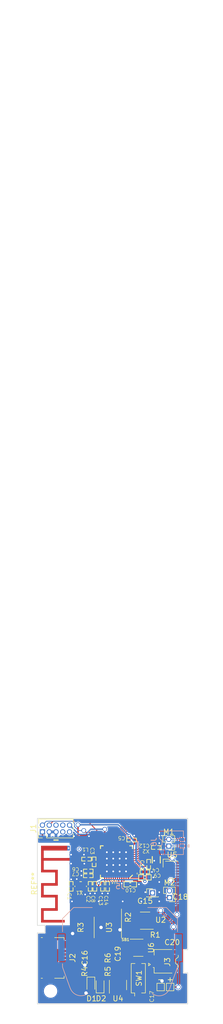
<source format=kicad_pcb>
(kicad_pcb (version 20171130) (host pcbnew "(5.1.5)-3")
  (layers (0 F.Cu signal) (31 B.Cu signal) (34 B.Paste user) (35 F.Paste user) (36 B.SilkS user) (37 F.SilkS user) (38 B.Mask user) (39 F.Mask user) (44 Edge.Cuts user))
  (net 0 "")
  (net 1 Net1)
  (net 2 /XC1)
  (net 3 GND)
  (net 4 /XC2)
  (net 5 /ANT)
  (net 6 /DEC1)
  (net 7 /VDD_nRF)
  (net 8 /DEC2)
  (net 9 /DEC3)
  (net 10 /DEC4)
  (net 11 /P0.00XL1)
  (net 12 /P0.01XL2)
  (net 13 /P0.25)
  (net 14 /P0.26)
  (net 15 /SWDIO)
  (net 16 /SWDCLK)
  (net 17 /RF)
  (net 18 /DCC)
  (net 19 /P0.31AIN7)
  (net 20 /P0.30AIN6)
  (net 21 /P0.29AIN5)
  (net 22 /P0.28AIN4)
  (net 23 /P0.27)
  (net 24 /P0.24)
  (net 25 /P0.23)
  (net 26 /P0.22)
  (net 27 /P0.21)
  (net 28 /P0.20)
  (net 29 /P0.19)
  (net 30 /P0.11)
  (net 31 /P0.10)
  (net 32 /P0.05AIN3)
  (net 33 /P0.04AIN2)
  (net 34 /P0.03AIN1)
  (net 35 /P0.02AIN0)
  (net 36 /MainSwitch)
  (net 37 /TouchPad)
  (net 38 /TOG-AHLB)
  (net 39 /STAT)
  (net 40 /VBAT-IN)
  (net 41 /VCC)
  (net 42 /PROG)
  (net 43 "Net-(D1-Pad1)")
  (net 44 "Net-(D2-Pad2)")
  (net 45 "Net-(J2-Pad2)")
  (net 46 "Net-(J2-Pad3)")
  (net 47 "Net-(J2-Pad4)")
  (net 48 "Net-(J2-Pad6)")
  (net 49 /Motor1_out)
  (net 50 /Motor2_out)
  (net 51 /Motor_Sleep)
  (net 52 /P0.17)
  (net 53 /P0.18)
  (net 54 /Motor1_outB)
  (net 55 /Motor2_outB)
  (net 56 /P0.06)
  (net 57 /P0.07)
  (net 58 /P0.08)
  (net 59 /P0.09)
  (net 60 /Motor_Mode)
  (net 61 /Motor1_ENBL)
  (net 62 /Motor2_ENBL)
  (net 63 /Motor2_PHASE)
  (net 64 /Motor1_PHASE)
  (net 65 /VDD_in)
  (module Resistor_SMD:R_0201_0603Metric (layer F.Cu) (at 101.981 84.709)
    (fp_text reference SB1 (at -0.889 0.762 180) (layer F.SilkS) (effects (font (size 0.5 0.5) (thickness 0.125))))
    (fp_text value R_0201_0603Metric)
    (pad 2 smd roundrect (at 0.32 0) (size 0.46 0.4) (layers F.Cu F.Mask) (net 65 /VDD_in))
    (pad 1 smd roundrect (at -0.32 0) (size 0.46 0.4) (layers F.Cu F.Mask) (net 7 /VDD_nRF))
  )
  (module TestPoint:TestPoint_Pad_1.0x1.0mm (layer F.Cu) (at 107.696 94.361)
    (fp_text reference - (at 0 -1.448) (layer F.SilkS))
    (fp_text value TestPoint_Pad_1.0x1.0mm)
    (pad 1 smd rect (at 0 0) (size 1 1) (layers F.Cu F.Mask) (net 3 GND))
  )
  (module TestPoint:TestPoint_Pad_1.0x1.0mm (layer F.Cu) (at 109.474 94.361)
    (fp_text reference + (at 0 -1.448) (layer F.SilkS))
    (fp_text value TestPoint_Pad_1.0x1.0mm)
    (pad 1 smd rect (at 0 0) (size 1 1) (layers F.Cu F.Mask) (net 40 /VBAT-IN))
  )
  (module QFN40P600X600X90-48N (layer F.Cu) (at 99.40906 70.88662 180)
    (fp_text reference U1 hide)
    (fp_text value NRF52832-QFAA-R hide)
    (pad 1 smd oval (at -3.025 -2.2 270) (size 0.2 0.65) (layers F.Cu F.Paste F.Mask) (net 6 /DEC1))
    (pad 2 smd oval (at -3.025 -1.8 270) (size 0.2 0.65) (layers F.Cu F.Paste F.Mask) (net 11 /P0.00XL1))
    (pad 3 smd oval (at -3.025 -1.4 270) (size 0.2 0.65) (layers F.Cu F.Paste F.Mask) (net 12 /P0.01XL2))
    (pad 4 smd oval (at -3.025 -1 270) (size 0.2 0.65) (layers F.Cu F.Paste F.Mask) (net 35 /P0.02AIN0))
    (pad 5 smd oval (at -3.025 -0.6 270) (size 0.2 0.65) (layers F.Cu F.Paste F.Mask) (net 34 /P0.03AIN1))
    (pad 6 smd oval (at -3.025 -0.2 270) (size 0.2 0.65) (layers F.Cu F.Paste F.Mask) (net 33 /P0.04AIN2))
    (pad 7 smd oval (at -3.025 0.2 270) (size 0.2 0.65) (layers F.Cu F.Paste F.Mask) (net 32 /P0.05AIN3))
    (pad 8 smd oval (at -3.025 0.6 270) (size 0.2 0.65) (layers F.Cu F.Paste F.Mask) (net 56 /P0.06))
    (pad 9 smd oval (at -3.025 1 270) (size 0.2 0.65) (layers F.Cu F.Paste F.Mask) (net 57 /P0.07))
    (pad 10 smd oval (at -3.025 1.4 270) (size 0.2 0.65) (layers F.Cu F.Paste F.Mask) (net 58 /P0.08))
    (pad 11 smd oval (at -3.025 1.8 270) (size 0.2 0.65) (layers F.Cu F.Paste F.Mask) (net 59 /P0.09))
    (pad 12 smd oval (at -3.025 2.2 270) (size 0.2 0.65) (layers F.Cu F.Paste F.Mask) (net 31 /P0.10))
    (pad 13 smd oval (at -2.20001 3.025 180) (size 0.2 0.65) (layers F.Cu F.Paste F.Mask) (net 7 /VDD_nRF))
    (pad 14 smd oval (at -1.80001 3.025 180) (size 0.2 0.65) (layers F.Cu F.Paste F.Mask) (net 30 /P0.11))
    (pad 15 smd oval (at -1.4 3.025 180) (size 0.2 0.65) (layers F.Cu F.Paste F.Mask) (net 51 /Motor_Sleep))
    (pad 16 smd oval (at -1.00001 3.025 180) (size 0.2 0.65) (layers F.Cu F.Paste F.Mask) (net 60 /Motor_Mode))
    (pad 17 smd oval (at -0.60001 3.025 180) (size 0.2 0.65) (layers F.Cu F.Paste F.Mask) (net 61 /Motor1_ENBL))
    (pad 18 smd oval (at -0.2 3.025 180) (size 0.2 0.65) (layers F.Cu F.Paste F.Mask) (net 62 /Motor2_ENBL))
    (pad 19 smd oval (at 0.2 3.025 180) (size 0.2 0.65) (layers F.Cu F.Paste F.Mask) (net 36 /MainSwitch))
    (pad 20 smd oval (at 0.6 3.025 180) (size 0.2 0.65) (layers F.Cu F.Paste F.Mask) (net 52 /P0.17))
    (pad 21 smd oval (at 1 3.025 180) (size 0.2 0.65) (layers F.Cu F.Paste F.Mask) (net 53 /P0.18))
    (pad 22 smd oval (at 1.4 3.025 180) (size 0.2 0.65) (layers F.Cu F.Paste F.Mask) (net 29 /P0.19))
    (pad 23 smd oval (at 1.8 3.025 180) (size 0.2 0.65) (layers F.Cu F.Paste F.Mask) (net 28 /P0.20))
    (pad 24 smd oval (at 2.2 3.025 180) (size 0.2 0.65) (layers F.Cu F.Paste F.Mask) (net 27 /P0.21))
    (pad 25 smd oval (at 3.025 2.2 270) (size 0.2 0.65) (layers F.Cu F.Paste F.Mask) (net 16 /SWDCLK))
    (pad 26 smd oval (at 3.025 1.8 270) (size 0.2 0.65) (layers F.Cu F.Paste F.Mask) (net 15 /SWDIO))
    (pad 27 smd oval (at 3.025 1.4 270) (size 0.2 0.65) (layers F.Cu F.Paste F.Mask) (net 26 /P0.22))
    (pad 28 smd oval (at 3.025 1 270) (size 0.2 0.65) (layers F.Cu F.Paste F.Mask) (net 25 /P0.23))
    (pad 29 smd oval (at 3.025 0.6 270) (size 0.2 0.65) (layers F.Cu F.Paste F.Mask) (net 24 /P0.24))
    (pad 30 smd oval (at 3.025 0.2 270) (size 0.2 0.65) (layers F.Cu F.Paste F.Mask) (net 5 /ANT))
    (pad 31 smd oval (at 3.025 -0.2 270) (size 0.2 0.65) (layers F.Cu F.Paste F.Mask) (net 3 GND))
    (pad 32 smd oval (at 3.025 -0.6 270) (size 0.2 0.65) (layers F.Cu F.Paste F.Mask) (net 8 /DEC2))
    (pad 33 smd oval (at 3.025 -1 270) (size 0.2 0.65) (layers F.Cu F.Paste F.Mask) (net 9 /DEC3))
    (pad 34 smd oval (at 3.025 -1.4 270) (size 0.2 0.65) (layers F.Cu F.Paste F.Mask) (net 2 /XC1))
    (pad 35 smd oval (at 3.025 -1.8 270) (size 0.2 0.65) (layers F.Cu F.Paste F.Mask) (net 4 /XC2))
    (pad 36 smd oval (at 3.025 -2.2 270) (size 0.2 0.65) (layers F.Cu F.Paste F.Mask) (net 7 /VDD_nRF))
    (pad 37 smd oval (at 2.2 -3.025 180) (size 0.2 0.65) (layers F.Cu F.Paste F.Mask) (net 13 /P0.25))
    (pad 38 smd oval (at 1.79999 -3.025 180) (size 0.2 0.65) (layers F.Cu F.Paste F.Mask) (net 14 /P0.26))
    (pad 39 smd oval (at 1.4 -3.025 180) (size 0.2 0.65) (layers F.Cu F.Paste F.Mask) (net 23 /P0.27))
    (pad 40 smd oval (at 1 -3.025 180) (size 0.2 0.65) (layers F.Cu F.Paste F.Mask) (net 22 /P0.28AIN4))
    (pad 41 smd oval (at 0.59999 -3.025 180) (size 0.2 0.65) (layers F.Cu F.Paste F.Mask) (net 21 /P0.29AIN5))
    (pad 42 smd oval (at 0.2 -3.025 180) (size 0.2 0.65) (layers F.Cu F.Paste F.Mask) (net 20 /P0.30AIN6))
    (pad 43 smd oval (at -0.20001 -3.025 180) (size 0.2 0.65) (layers F.Cu F.Paste F.Mask) (net 19 /P0.31AIN7))
    (pad 44 smd oval (at -0.60001 -3.025 180) (size 0.2 0.65) (layers F.Cu F.Paste F.Mask))
    (pad 45 smd oval (at -1.00001 -3.025 180) (size 0.2 0.65) (layers F.Cu F.Paste F.Mask) (net 3 GND))
    (pad 46 smd oval (at -1.40001 -3.025 180) (size 0.2 0.65) (layers F.Cu F.Paste F.Mask) (net 10 /DEC4))
    (pad 47 smd oval (at -1.80001 -3.025 180) (size 0.2 0.65) (layers F.Cu F.Paste F.Mask) (net 18 /DCC))
    (pad 48 smd oval (at -2.20001 -3.025 180) (size 0.2 0.65) (layers F.Cu F.Paste F.Mask) (net 7 /VDD_nRF))
    (pad 49 smd rect (at 0 0 180) (size 4.7 4.7) (layers F.Cu F.Mask) (net 3 GND))
    (pad "" smd rect (at 0 0 180) (size 1.17 1.17) (layers F.Cu F.Paste))
    (pad "" smd rect (at -1.47 0 180) (size 1.17 1.17) (layers F.Cu F.Paste))
    (pad "" smd rect (at 1.47 0 180) (size 1.17 1.17) (layers F.Cu F.Paste))
    (pad "" smd rect (at 0 1.47 180) (size 1.17 1.17) (layers F.Cu F.Paste))
    (pad "" smd rect (at -1.47 1.47 180) (size 1.17 1.17) (layers F.Cu F.Paste))
    (pad "" smd rect (at 1.47 1.47 180) (size 1.17 1.17) (layers F.Cu F.Paste))
    (pad "" smd rect (at -1.47 -1.47 180) (size 1.17 1.17) (layers F.Cu F.Paste))
    (pad "" smd rect (at 0 -1.47 180) (size 1.17 1.17) (layers F.Cu F.Paste))
    (pad "" smd rect (at 1.47 -1.47 180) (size 1.17 1.17) (layers F.Cu F.Paste))
  )
  (module Connector_PinHeader_1.27mm:PinHeader_2x05_P1.27mm_Vertical (layer F.Cu) (at 85.5345 65.278 90)
    (fp_text reference J1 (at 0.635 -1.695 90) (layer F.SilkS))
    (fp_text value PinHeader_2x05_P1.27mm_Vertical)
    (pad 10 thru_hole oval (at 1.27 5.08 90) (size 1 1) (drill 0.65) (layers *.Cu *.Mask) (net 27 /P0.21))
    (pad 9 thru_hole oval (at 0 5.08 90) (size 1 1) (drill 0.65) (layers *.Cu *.Mask))
    (pad 8 thru_hole oval (at 1.27 3.81 90) (size 1 1) (drill 0.65) (layers *.Cu *.Mask))
    (pad 7 thru_hole oval (at 0 3.81 90) (size 1 1) (drill 0.65) (layers *.Cu *.Mask))
    (pad 6 thru_hole oval (at 1.27 2.54 90) (size 1 1) (drill 0.65) (layers *.Cu *.Mask))
    (pad 5 thru_hole oval (at 0 2.54 90) (size 1 1) (drill 0.65) (layers *.Cu *.Mask) (net 3 GND))
    (pad 4 thru_hole oval (at 1.27 1.27 90) (size 1 1) (drill 0.65) (layers *.Cu *.Mask) (net 16 /SWDCLK))
    (pad 3 thru_hole oval (at 0 1.27 90) (size 1 1) (drill 0.65) (layers *.Cu *.Mask) (net 3 GND))
    (pad 2 thru_hole oval (at 1.27 0 90) (size 1 1) (drill 0.65) (layers *.Cu *.Mask) (net 15 /SWDIO))
    (pad 1 thru_hole rect (at 0 0 90) (size 1 1) (drill 0.65) (layers *.Cu *.Mask) (net 7 /VDD_nRF))
  )
  (module Connector_PinHeader_1.27mm:PinHeader_1x01_P1.27mm_Vertical (layer F.Cu) (at 106.172 76.708)
    (fp_text reference REF** hide)
    (fp_text value PinHeader_1x01_P1.27mm_Vertical)
    (pad 1 thru_hole rect (at 0 0) (size 1 1) (drill 0.65) (layers *.Cu *.Mask) (net 37 /TouchPad))
  )
  (module MountingHole:MountingHole_2.2mm_M2 (layer F.Cu) (at 87.0585 95.123)
    (fp_text reference REF** hide)
    (fp_text value MountingHole_2.2mm_M2)
    (pad 1 np_thru_hole circle (at 0 0) (size 2.2 2.2) (drill 2.2) (layers *.Cu *.Mask))
  )
  (module Connector_PinHeader_1.27mm:PinHeader_1x02_P1.27mm_Vertical (layer F.Cu) (at 109.347 77.597 180)
    (fp_text reference M2 (at 0 2.794) (layer F.SilkS))
    (fp_text value Motor_DC)
    (pad 2 thru_hole oval (at 0 1.27 180) (size 1 1) (drill 0.65) (layers *.Cu *.Mask) (net 55 /Motor2_outB))
    (pad 1 thru_hole rect (at 0 0 180) (size 1 1) (drill 0.65) (layers *.Cu *.Mask) (net 50 /Motor2_out))
  )
  (module Connector_PinHeader_1.27mm:PinHeader_1x02_P1.27mm_Vertical (layer F.Cu) (at 109.22 67.945 180)
    (fp_text reference M1 (at 0 2.667) (layer F.SilkS))
    (fp_text value Motor_DC)
    (pad 2 thru_hole oval (at 0 1.27 180) (size 1 1) (drill 0.65) (layers *.Cu *.Mask) (net 54 /Motor1_outB))
    (pad 1 thru_hole rect (at 0 0 180) (size 1 1) (drill 0.65) (layers *.Cu *.Mask) (net 49 /Motor1_out))
  )
  (module Connector_USB:USB_Micro-B_Molex_47346-0001 (layer F.Cu) (at 87.884 88.9 270)
    (fp_text reference J2 (at 0 -3.3 270) (layer F.SilkS))
    (fp_text value USB_B_Micro)
    (pad 6 smd rect (at 1.55 1.2 270) (size 1 1.9) (layers F.Cu F.Paste F.Mask) (net 48 "Net-(J2-Pad6)"))
    (pad 6 smd rect (at -1.15 1.2 270) (size 1.8 1.9) (layers F.Cu F.Paste F.Mask) (net 48 "Net-(J2-Pad6)"))
    (pad 6 smd rect (at 3.375 1.2 270) (size 1.65 1.3) (layers F.Cu F.Paste F.Mask) (net 48 "Net-(J2-Pad6)"))
    (pad 6 smd rect (at -3.375 1.2 270) (size 1.65 1.3) (layers F.Cu F.Paste F.Mask) (net 48 "Net-(J2-Pad6)"))
    (pad 6 smd rect (at 2.4875 -1.375 270) (size 1.425 1.55) (layers F.Cu F.Paste F.Mask) (net 48 "Net-(J2-Pad6)"))
    (pad 6 smd rect (at -2.4875 -1.375 270) (size 1.425 1.55) (layers F.Cu F.Paste F.Mask) (net 48 "Net-(J2-Pad6)"))
    (pad 5 smd rect (at 1.3 -1.46 270) (size 0.45 1.38) (layers F.Cu F.Paste F.Mask) (net 3 GND))
    (pad 4 smd rect (at 0.65 -1.46 270) (size 0.45 1.38) (layers F.Cu F.Paste F.Mask) (net 47 "Net-(J2-Pad4)"))
    (pad 3 smd rect (at 0 -1.46 270) (size 0.45 1.38) (layers F.Cu F.Paste F.Mask) (net 46 "Net-(J2-Pad3)"))
    (pad 2 smd rect (at -0.65 -1.46 270) (size 0.45 1.38) (layers F.Cu F.Paste F.Mask) (net 45 "Net-(J2-Pad2)"))
    (pad 1 smd rect (at -1.3 -1.46 270) (size 0.45 1.38) (layers F.Cu F.Paste F.Mask) (net 41 /VCC))
  )
  (module Button_Switch_SMD:SW_DIP_SPSTx01_Slide_Copal_CHS-01A_W5.08mm_P1.27mm_JPin (layer F.Cu) (at 103.505 92.71 90)
    (fp_text reference SW1 (at 0 0.127 90) (layer F.SilkS))
    (fp_text value SW_DIP_x01)
    (pad 1 smd rect (at -2.54 0 90) (size 1.6 0.76) (layers F.Cu F.Paste F.Mask) (net 40 /VBAT-IN))
    (pad 2 smd rect (at 2.54 0 90) (size 1.6 0.76) (layers F.Cu F.Paste F.Mask) (net 65 /VDD_in))
  )
  (module CAPC1005X04L (layer F.Cu) (at 94.12586 73.50282)
    (fp_text reference C7 hide)
    (fp_text value 100pF hide)
    (pad 2 smd rect (at 0.5 0 90) (size 0.5 0.6) (layers F.Cu F.Paste F.Mask) (net 9 /DEC3))
    (pad 1 smd rect (at -0.5 0 90) (size 0.5 0.6) (layers F.Cu F.Paste F.Mask) (net 3 GND))
  )
  (module CAPC1005X04L (layer F.Cu) (at 90.92162 75.48421 180)
    (fp_text reference C1 hide)
    (fp_text value 12pF hide)
    (pad 2 smd rect (at 0 0.5 180) (size 0.5 0.6) (layers F.Cu F.Paste F.Mask) (net 3 GND))
    (pad 1 smd rect (at 0 -0.5 180) (size 0.5 0.6) (layers F.Cu F.Paste F.Mask) (net 2 /XC1))
  )
  (module CAPC1005X04L (layer F.Cu) (at 104.74306 72.76622)
    (fp_text reference C4 hide)
    (fp_text value 100nF hide)
    (pad 2 smd rect (at -0.50001 0 270) (size 0.5 0.6) (layers F.Cu F.Paste F.Mask) (net 6 /DEC1))
    (pad 1 smd rect (at 0.49999 0 270) (size 0.5 0.6) (layers F.Cu F.Paste F.Mask) (net 3 GND))
  )
  (module CAPC1005X04L (layer F.Cu) (at 97.75414 75.48642 180)
    (fp_text reference C14 hide)
    (fp_text value 12pF hide)
    (pad 1 smd rect (at 0 0.5) (size 0.5 0.6) (layers F.Cu F.Paste F.Mask) (net 14 /P0.26))
    (pad 2 smd rect (at 0 -0.5) (size 0.5 0.6) (layers F.Cu F.Paste F.Mask) (net 3 GND))
  )
  (module CAPC1005X04L (layer F.Cu) (at 95.36662 75.48421)
    (fp_text reference C8 hide)
    (fp_text value 100nF hide)
    (pad 2 smd rect (at 0 -0.5 180) (size 0.5 0.6) (layers F.Cu F.Paste F.Mask) (net 7 /VDD_nRF))
    (pad 1 smd rect (at 0 0.5 180) (size 0.5 0.6) (layers F.Cu F.Paste F.Mask) (net 3 GND))
  )
  (module BT-XTAL_2016 (layer F.Cu) (at 92.69962 75.48421 180)
    (fp_text reference X1 hide)
    (fp_text value 32mHz hide)
    (pad 2 smd rect (at -0.725 0.575) (size 0.95 0.85) (layers F.Cu F.Paste F.Mask) (net 4 /XC2))
    (pad 3 smd rect (at -0.725 -0.575) (size 0.95 0.85) (layers F.Cu F.Paste F.Mask) (net 3 GND))
    (pad 1 smd rect (at 0.725 -0.575) (size 0.95 0.85) (layers F.Cu F.Paste F.Mask) (net 2 /XC1))
    (pad 4 smd rect (at 0.725 0.575) (size 0.95 0.85) (layers F.Cu F.Paste F.Mask) (net 3 GND))
  )
  (module CAPC1005X04L (layer F.Cu) (at 102.25386 66.79722)
    (fp_text reference C5 hide)
    (fp_text value 100nF hide)
    (pad 2 smd rect (at -0.50001 0 270) (size 0.5 0.6) (layers F.Cu F.Paste F.Mask) (net 7 /VDD_nRF))
    (pad 1 smd rect (at 0.49999 0 270) (size 0.5 0.6) (layers F.Cu F.Paste F.Mask) (net 3 GND))
  )
  (module RF_Antenna:Texas_SWRA117D_2.4GHz_Left (layer F.Cu) (at 90.424 70.4215 90)
    (fp_text reference REF** (at -4.55 -6.41 90) (layer F.SilkS))
    (fp_text value Texas_SWRA117D_2.4GHz_Left)
    (fp_poly (pts (xy -2.45 -2.51) (xy -4.45 -2.51) (xy -4.45 -5.15) (xy -7.15 -5.15) (xy -7.15 -2.51) (xy -9.15 -2.51) (xy -9.15 -5.15) (xy -11.85 -5.15) (xy -11.85 -0.71) (xy -11.35 -0.71) (xy -11.35 -4.65) (xy -9.65 -4.65) (xy -9.65 -2.01) (xy -6.65 -2.01) (xy -6.65 -4.65) (xy -4.95 -4.65) (xy -4.95 -2.01) (xy -1.95 -2.01) (xy -1.95 -4.65) (xy -0.25 -4.65) (xy -0.25 0.25) (xy 0.25 0.25) (xy 0.25 -4.65) (xy 1.65 -4.65) (xy 1.65 0.25) (xy 2.55 0.25) (xy 2.55 0.006785) (xy 2.247583 0.006785) (xy 2.237742 0.054395) (xy 2.213674 0.096797) (xy 2.175731 0.129581) (xy 2.167819 0.133935) (xy 2.125156 0.146043) (xy 2.076637 0.1453) (xy 2.031122 0.1324) (xy 2.012511 0.121787) (xy 1.978868 0.086553) (xy 1.958309 0.041368) (xy 1.951778 -0.008158) (xy 1.960218 -0.056417) (xy 1.977112 -0.088643) (xy 2.012372 -0.121313) (xy 2.057682 -0.141408) (xy 2.107267 -0.147982) (xy 2.155353 -0.140092) (xy 2.188245 -0.123186) (xy 2.223185 -0.086416) (xy 2.242847 -0.041622) (xy 2.247583 0.006785) (xy 2.55 0.006785) (xy 2.55 -5.15) (xy -2.45 -5.15) (xy -2.45 -2.51)) (layer F.Cu) (width 0))
    (pad 1 connect rect (at 0 0 90) (size 0.5 0.5) (layers F.Cu))
    (pad 2 thru_hole rect (at 2.1 0 90) (size 0.9 0.5) (drill 0.3) (layers *.Cu))
  )
  (module CAPC1005X04L (layer F.Cu) (at 106.87666 68.19422)
    (fp_text reference C12 hide)
    (fp_text value 12pF hide)
    (pad 2 smd rect (at -0.50001 0 270) (size 0.5 0.6) (layers F.Cu F.Paste F.Mask) (net 12 /P0.01XL2))
    (pad 1 smd rect (at 0.49999 0 270) (size 0.5 0.6) (layers F.Cu F.Paste F.Mask) (net 3 GND))
  )
  (module XTAL_3215 (layer F.Cu) (at 106.87666 70.50562 180)
    (fp_text reference X2 hide)
    (fp_text value 32.768kHz hide)
    (pad 1 smd rect (at 0 -1.24999 90) (size 1 1.8) (layers F.Cu F.Paste F.Mask) (net 11 /P0.00XL1))
    (pad 2 smd rect (at 0 1.25001 90) (size 1 1.8) (layers F.Cu F.Paste F.Mask) (net 12 /P0.01XL2))
  )
  (module CAPC1608X06L (layer F.Cu) (at 101.99594 75.10315)
    (fp_text reference C10 hide)
    (fp_text value 1.0uF hide)
    (pad 1 smd rect (at -0.675 0 90) (size 0.8 0.75) (layers F.Cu F.Paste F.Mask) (net 10 /DEC4))
    (pad 2 smd rect (at 0.675 0 90) (size 0.8 0.75) (layers F.Cu F.Paste F.Mask) (net 3 GND))
  )
  (module CAPC1005X04L (layer F.Cu) (at 94.12586 72.61382 180)
    (fp_text reference C6 hide)
    (fp_text value N.C. hide)
    (pad 2 smd rect (at -0.50001 0 90) (size 0.5 0.6) (layers F.Cu F.Paste F.Mask) (net 8 /DEC2))
    (pad 1 smd rect (at 0.49999 0 90) (size 0.5 0.6) (layers F.Cu F.Paste F.Mask) (net 3 GND))
  )
  (module CAPC1005X04L (layer F.Cu) (at 96.78894 75.48415 180)
    (fp_text reference C13 hide)
    (fp_text value 12pF hide)
    (pad 2 smd rect (at 0 -0.5) (size 0.5 0.6) (layers F.Cu F.Paste F.Mask) (net 3 GND))
    (pad 1 smd rect (at 0 0.5) (size 0.5 0.6) (layers F.Cu F.Paste F.Mask) (net 13 /P0.25))
  )
  (module CAPC1005X04L (layer F.Cu) (at 94.47762 75.48421 180)
    (fp_text reference C2 hide)
    (fp_text value 12pF hide)
    (pad 2 smd rect (at 0 -0.5) (size 0.5 0.6) (layers F.Cu F.Paste F.Mask) (net 3 GND))
    (pad 1 smd rect (at 0 0.5) (size 0.5 0.6) (layers F.Cu F.Paste F.Mask) (net 4 /XC2))
  )
  (module CAPC1005X04L (layer F.Cu) (at 95.21806 70.88662 180)
    (fp_text reference C3 hide)
    (fp_text value 0.8pF hide)
    (pad 2 smd rect (at 0 0.5 180) (size 0.5 0.6) (layers F.Cu F.Paste F.Mask) (net 5 /ANT))
    (pad 1 smd rect (at 0 -0.5 180) (size 0.5 0.6) (layers F.Cu F.Paste F.Mask) (net 3 GND))
  )
  (module CAPC1608X06L (layer F.Cu) (at 104.74306 73.80762)
    (fp_text reference C9 hide)
    (fp_text value 4.7uF hide)
    (pad 1 smd rect (at 0.675 0 270) (size 0.8 0.75) (layers F.Cu F.Paste F.Mask) (net 3 GND))
    (pad 2 smd rect (at -0.675 0 270) (size 0.8 0.75) (layers F.Cu F.Paste F.Mask) (net 7 /VDD_nRF))
  )
  (module INDC1005X04L (layer F.Cu) (at 93.79566 70.37862)
    (fp_text reference L1 hide)
    (fp_text value 3.9nH hide)
    (pad 1 smd rect (at -0.475 0 90) (size 0.5 0.65) (layers F.Cu F.Paste F.Mask) (net 17 /RF))
    (pad 2 smd rect (at 0.475 0 90) (size 0.5 0.65) (layers F.Cu F.Paste F.Mask) (net 5 /ANT))
  )
  (module CAPC1005X04L (layer F.Cu) (at 105.45426 71.34382)
    (fp_text reference C11 hide)
    (fp_text value 12pF hide)
    (pad 2 smd rect (at 0 0.5) (size 0.5 0.6) (layers F.Cu F.Paste F.Mask) (net 11 /P0.00XL1))
    (pad 1 smd rect (at 0 -0.5) (size 0.5 0.6) (layers F.Cu F.Paste F.Mask) (net 3 GND))
  )
  (module Package_TO_SOT_SMD:SOT-23-6 (layer F.Cu) (at 104.775 81.915 180)
    (fp_text reference U2 (at -2.921 0.127) (layer F.SilkS))
    (fp_text value AT42QT1010-TSHR)
    (pad 1 smd rect (at -1.1 -0.95 180) (size 1.06 0.65) (layers F.Cu F.Paste F.Mask) (net 36 /MainSwitch))
    (pad 2 smd rect (at -1.1 0 180) (size 1.06 0.65) (layers F.Cu F.Paste F.Mask) (net 3 GND))
    (pad 3 smd rect (at -1.1 0.95 180) (size 1.06 0.65) (layers F.Cu F.Paste F.Mask) (net 37 /TouchPad))
    (pad 4 smd rect (at 1.1 0.95 180) (size 1.06 0.65) (layers F.Cu F.Paste F.Mask) (net 38 /TOG-AHLB))
    (pad 6 smd rect (at 1.1 -0.95 180) (size 1.06 0.65) (layers F.Cu F.Paste F.Mask) (net 38 /TOG-AHLB))
    (pad 5 smd rect (at 1.1 0 180) (size 1.06 0.65) (layers F.Cu F.Paste F.Mask) (net 7 /VDD_nRF))
  )
  (module Package_TO_SOT_SMD:SOT-23-5 (layer F.Cu) (at 99.695 93.98 90)
    (fp_text reference U4 (at -2.54 0 180) (layer F.SilkS))
    (fp_text value MCP73831-2-OT)
    (pad 1 smd rect (at -1.1 -0.95 90) (size 1.06 0.65) (layers F.Cu F.Paste F.Mask) (net 39 /STAT))
    (pad 2 smd rect (at -1.1 0 90) (size 1.06 0.65) (layers F.Cu F.Paste F.Mask) (net 3 GND))
    (pad 3 smd rect (at -1.1 0.95 90) (size 1.06 0.65) (layers F.Cu F.Paste F.Mask) (net 40 /VBAT-IN))
    (pad 4 smd rect (at 1.1 0.95 90) (size 1.06 0.65) (layers F.Cu F.Paste F.Mask) (net 41 /VCC))
    (pad 5 smd rect (at 1.1 -0.95 90) (size 1.06 0.65) (layers F.Cu F.Paste F.Mask) (net 42 /PROG))
  )
  (module Capacitor_SMD:C_0402_1005Metric (layer F.Cu) (at 104.775 79.375 180)
    (fp_text reference C15 (at 0 1.143) (layer F.SilkS))
    (fp_text value 22pF)
    (pad 1 smd roundrect (at -0.485 0 180) (size 0.59 0.64) (layers F.Cu F.Paste F.Mask) (net 37 /TouchPad))
    (pad 2 smd roundrect (at 0.485 0 180) (size 0.59 0.64) (layers F.Cu F.Paste F.Mask) (net 3 GND))
  )
  (module Capacitor_SMD:C_0402_1005Metric (layer F.Cu) (at 94.615 88.9 270)
    (fp_text reference C16 (at 0 1.143 90) (layer F.SilkS))
    (fp_text value "C 10uf")
    (pad 2 smd roundrect (at 0.485 0 270) (size 0.59 0.64) (layers F.Cu F.Paste F.Mask) (net 3 GND))
    (pad 1 smd roundrect (at -0.485 0 270) (size 0.59 0.64) (layers F.Cu F.Paste F.Mask) (net 41 /VCC))
  )
  (module Capacitor_SMD:C_0402_1005Metric (layer F.Cu) (at 106.045 93.98 90)
    (fp_text reference C17 (at -2.159 0 90) (layer F.SilkS) (effects (font (size 0.75 0.75) (thickness 0.1))))
    (fp_text value "C 10uf")
    (pad 1 smd roundrect (at -0.485 0 90) (size 0.59 0.64) (layers F.Cu F.Paste F.Mask) (net 40 /VBAT-IN))
    (pad 2 smd roundrect (at 0.485 0 90) (size 0.59 0.64) (layers F.Cu F.Paste F.Mask) (net 3 GND))
  )
  (module LED_SMD:LED_0603_1608Metric (layer F.Cu) (at 94.615 93.98 270)
    (fp_text reference D1 (at 2.54 -0.127 180) (layer F.SilkS))
    (fp_text value "LED RED")
    (pad 1 smd roundrect (at -0.7875 0 270) (size 0.875 0.95) (layers F.Cu F.Paste F.Mask) (net 43 "Net-(D1-Pad1)"))
    (pad 2 smd roundrect (at 0.7875 0 270) (size 0.875 0.95) (layers F.Cu F.Paste F.Mask) (net 41 /VCC))
  )
  (module LED_SMD:LED_0603_1608Metric (layer F.Cu) (at 96.3422 93.98 90)
    (fp_text reference D2 (at -2.54 0.1778 180) (layer F.SilkS))
    (fp_text value "LED GREEN")
    (pad 2 smd roundrect (at 0.7875 0 90) (size 0.875 0.95) (layers F.Cu F.Paste F.Mask) (net 44 "Net-(D2-Pad2)"))
    (pad 1 smd roundrect (at -0.7875 0 90) (size 0.875 0.95) (layers F.Cu F.Paste F.Mask) (net 3 GND))
  )
  (module Connector_JST:JST_ACH_BM02B-ACHSS-GAN-ETF_1x02-1MP_P1.20mm_Vertical (layer F.Cu) (at 108.585 89.535 90)
    (fp_text reference J3 (at -0.127 0.381 90) (layer F.SilkS))
    (fp_text value "Conn_01x02_Male LiPo Battery")
    (pad 1 smd roundrect (at -0.6 -1.875 90) (size 0.6 0.85) (layers F.Cu F.Paste F.Mask) (net 37 /TouchPad))
    (pad 2 smd roundrect (at 0.6 -1.875 90) (size 0.6 0.85) (layers F.Cu F.Paste F.Mask) (net 37 /TouchPad))
    (pad MP smd roundrect (at -1.75 1.9 90) (size 0.7 0.8) (layers F.Cu F.Paste F.Mask))
    (pad MP smd roundrect (at 1.75 1.9 90) (size 0.7 0.8) (layers F.Cu F.Paste F.Mask))
  )
  (module Resistor_SMD:R_0402_1005Metric (layer F.Cu) (at 104.625 84.455)
    (fp_text reference R1 (at 2.055 0.127) (layer F.SilkS))
    (fp_text value 1K)
    (pad 1 smd roundrect (at -0.485 0) (size 0.59 0.64) (layers F.Cu F.Paste F.Mask) (net 38 /TOG-AHLB))
    (pad 2 smd roundrect (at 0.485 0) (size 0.59 0.64) (layers F.Cu F.Paste F.Mask) (net 3 GND))
  )
  (module Resistor_SMD:R_0402_1005Metric (layer F.Cu) (at 101.6 83.185 90)
    (fp_text reference R2 (at 1.905 0 90) (layer F.SilkS))
    (fp_text value 10K)
    (pad 1 smd roundrect (at -0.485 0 90) (size 0.59 0.64) (layers F.Cu F.Paste F.Mask) (net 7 /VDD_nRF))
    (pad 2 smd roundrect (at 0.485 0 90) (size 0.59 0.64) (layers F.Cu F.Paste F.Mask) (net 23 /P0.27))
  )
  (module Resistor_SMD:R_0402_1005Metric (layer F.Cu) (at 93.98 83.185 270)
    (fp_text reference R3 (at 0 1.27 90) (layer F.SilkS))
    (fp_text value 10K)
    (pad 1 smd roundrect (at -0.485 0 270) (size 0.59 0.64) (layers F.Cu F.Paste F.Mask) (net 7 /VDD_nRF))
    (pad 2 smd roundrect (at 0.485 0 270) (size 0.59 0.64) (layers F.Cu F.Paste F.Mask) (net 14 /P0.26))
  )
  (module Resistor_SMD:R_0402_1005Metric (layer F.Cu) (at 94.615 91.44 90)
    (fp_text reference R4 (at 0 -1.17 90) (layer F.SilkS))
    (fp_text value "R 47Ω")
    (pad 2 smd roundrect (at 0.485 0 90) (size 0.59 0.64) (layers F.Cu F.Paste F.Mask) (net 39 /STAT))
    (pad 1 smd roundrect (at -0.485 0 90) (size 0.59 0.64) (layers F.Cu F.Paste F.Mask) (net 43 "Net-(D1-Pad1)"))
  )
  (module Resistor_SMD:R_0402_1005Metric (layer F.Cu) (at 96.3422 91.44 90)
    (fp_text reference R5 (at 0 1.4478 90) (layer F.SilkS))
    (fp_text value "R 47Ω")
    (pad 1 smd roundrect (at -0.485 0 90) (size 0.59 0.64) (layers F.Cu F.Paste F.Mask) (net 44 "Net-(D2-Pad2)"))
    (pad 2 smd roundrect (at 0.485 0 90) (size 0.59 0.64) (layers F.Cu F.Paste F.Mask) (net 39 /STAT))
  )
  (module Resistor_SMD:R_0402_1005Metric (layer F.Cu) (at 96.3422 88.9 90)
    (fp_text reference R6 (at 0 1.4478 90) (layer F.SilkS))
    (fp_text value "R 10K")
    (pad 2 smd roundrect (at 0.485 0 90) (size 0.59 0.64) (layers F.Cu F.Paste F.Mask) (net 3 GND))
    (pad 1 smd roundrect (at -0.485 0 90) (size 0.59 0.64) (layers F.Cu F.Paste F.Mask) (net 42 /PROG))
  )
  (module Package_SO:SOIC-8_3.9x4.9mm_P1.27mm (layer F.Cu) (at 97.79 83.185 270)
    (fp_text reference U3 (at 0 -0.254 90) (layer F.SilkS))
    (fp_text value CAT24C256)
    (pad 1 smd roundrect (at -2.475 -1.905 270) (size 1.95 0.6) (layers F.Cu F.Paste F.Mask) (net 3 GND))
    (pad 2 smd roundrect (at -2.475 -0.635 270) (size 1.95 0.6) (layers F.Cu F.Paste F.Mask) (net 3 GND))
    (pad 3 smd roundrect (at -2.475 0.635 270) (size 1.95 0.6) (layers F.Cu F.Paste F.Mask) (net 3 GND))
    (pad 4 smd roundrect (at -2.475 1.905 270) (size 1.95 0.6) (layers F.Cu F.Paste F.Mask) (net 3 GND))
    (pad 5 smd roundrect (at 2.475 1.905 270) (size 1.95 0.6) (layers F.Cu F.Paste F.Mask) (net 14 /P0.26))
    (pad 6 smd roundrect (at 2.475 0.635 270) (size 1.95 0.6) (layers F.Cu F.Paste F.Mask) (net 23 /P0.27))
    (pad 7 smd roundrect (at 2.475 -0.635 270) (size 1.95 0.6) (layers F.Cu F.Paste F.Mask) (net 3 GND))
    (pad 8 smd roundrect (at 2.475 -1.905 270) (size 1.95 0.6) (layers F.Cu F.Paste F.Mask) (net 7 /VDD_nRF))
  )
  (module Package_SON:WSON-12-1EP_3x2mm_P0.5mm_EP1x2.65 (layer F.Cu) (at 109.855 72.39)
    (fp_text reference U5 (at 0 -2.794) (layer F.SilkS))
    (fp_text value DRV8836)
    (pad 1 smd rect (at -0.95 -1.25) (size 0.5 0.25) (layers F.Cu F.Paste F.Mask) (net 7 /VDD_nRF))
    (pad 2 smd rect (at -0.95 -0.75) (size 0.5 0.25) (layers F.Cu F.Paste F.Mask) (net 49 /Motor1_out))
    (pad 3 smd rect (at -0.95 -0.25) (size 0.5 0.25) (layers F.Cu F.Paste F.Mask) (net 54 /Motor1_outB))
    (pad 4 smd rect (at -0.95 0.25) (size 0.5 0.25) (layers F.Cu F.Paste F.Mask) (net 50 /Motor2_out))
    (pad 5 smd rect (at -0.95 0.75) (size 0.5 0.25) (layers F.Cu F.Paste F.Mask) (net 55 /Motor2_outB))
    (pad 6 smd rect (at -0.95 1.25) (size 0.5 0.25) (layers F.Cu F.Paste F.Mask) (net 3 GND))
    (pad 7 smd rect (at 0.95 1.25) (size 0.5 0.25) (layers F.Cu F.Paste F.Mask) (net 62 /Motor2_ENBL))
    (pad 8 smd rect (at 0.95 0.75) (size 0.5 0.25) (layers F.Cu F.Paste F.Mask) (net 63 /Motor2_PHASE))
    (pad 9 smd rect (at 0.95 0.25) (size 0.5 0.25) (layers F.Cu F.Paste F.Mask) (net 61 /Motor1_ENBL))
    (pad 10 smd rect (at 0.95 -0.25) (size 0.5 0.25) (layers F.Cu F.Paste F.Mask) (net 64 /Motor1_PHASE))
    (pad 11 smd rect (at 0.95 -0.75) (size 0.5 0.25) (layers F.Cu F.Paste F.Mask) (net 60 /Motor_Mode))
    (pad 12 smd rect (at 0.95 -1.25) (size 0.5 0.25) (layers F.Cu F.Paste F.Mask) (net 51 /Motor_Sleep))
    (pad 13 smd rect (at 0 0) (size 1 2.65) (layers F.Cu F.Mask))
  )
  (module Capacitor_SMD:C_0402_1005Metric (layer F.Cu) (at 111.252 75.542 90)
    (fp_text reference C18 (at -1.928 0.127 180) (layer F.SilkS))
    (fp_text value "C 10uf")
    (pad 1 smd roundrect (at -0.485 0 90) (size 0.59 0.64) (layers F.Cu F.Paste F.Mask) (net 3 GND))
    (pad 2 smd roundrect (at 0.485 0 90) (size 0.59 0.64) (layers F.Cu F.Paste F.Mask) (net 7 /VDD_nRF))
  )
  (module Battery:BatteryHolder_Keystone_3034_1x20mm (layer B.Cu) (at 100.076 86.995 180)
    (fp_text reference J5 (at 0 11.5) (layer B.SilkS) (effects (justify mirror)))
    (fp_text value Battery_Cell)
    (pad 2 smd circle (at 0 0 180) (size 17.8 17.8) (layers B.Cu B.Mask) (net 3 GND))
    (pad 1 smd rect (at 10.985 0 180) (size 1.27 5.08) (layers B.Cu B.Paste B.Mask) (net 40 /VBAT-IN))
    (pad 1 smd rect (at -10.985 0 180) (size 1.27 5.08) (layers B.Cu B.Paste B.Mask) (net 40 /VBAT-IN))
  )
  (module Connector_JST:JST_ACH_BM02B-ACHSS-GAN-ETF_1x02-1MP_P1.20mm_Vertical (layer B.Cu) (at 109.855 67.31 90)
    (fp_text reference J6 (at 0.127 -3.429 270) (layer B.SilkS) (effects (justify mirror)))
    (fp_text value "Conn_01x02_Male LiPo Battery")
    (pad 1 smd roundrect (at -0.6 1.875 90) (size 0.6 0.85) (layers B.Cu B.Paste B.Mask) (net 49 /Motor1_out))
    (pad 2 smd roundrect (at 0.6 1.875 90) (size 0.6 0.85) (layers B.Cu B.Paste B.Mask) (net 54 /Motor1_outB))
    (pad MP smd roundrect (at -1.75 -1.9 90) (size 0.7 0.8) (layers B.Cu B.Paste B.Mask))
    (pad MP smd roundrect (at 1.75 -1.9 90) (size 0.7 0.8) (layers B.Cu B.Paste B.Mask))
  )
  (module Package_TO_SOT_SMD:SOT-23-5 (layer F.Cu) (at 103.505 86.995)
    (fp_text reference U6 (at 2.413 0 90) (layer F.SilkS))
    (fp_text value TPS783)
    (pad 1 smd rect (at -1.1 -0.95) (size 1.06 0.65) (layers F.Cu F.Paste F.Mask) (net 65 /VDD_in))
    (pad 2 smd rect (at -1.1 0) (size 1.06 0.65) (layers F.Cu F.Paste F.Mask) (net 3 GND))
    (pad 3 smd rect (at -1.1 0.95) (size 1.06 0.65) (layers F.Cu F.Paste F.Mask) (net 65 /VDD_in))
    (pad 4 smd rect (at 1.1 0.95) (size 1.06 0.65) (layers F.Cu F.Paste F.Mask) (net 3 GND))
    (pad 5 smd rect (at 1.1 -0.95) (size 1.06 0.65) (layers F.Cu F.Paste F.Mask) (net 7 /VDD_nRF))
  )
  (module Capacitor_SMD:C_0402_1005Metric (layer F.Cu) (at 107.315 85.979)
    (fp_text reference C20 (at 2.54 0) (layer F.SilkS))
    (fp_text value "C 2.2uf")
    (pad 2 smd roundrect (at 0.485 0) (size 0.59 0.64) (layers F.Cu F.Paste F.Mask) (net 3 GND))
    (pad 1 smd roundrect (at -0.485 0) (size 0.59 0.64) (layers F.Cu F.Paste F.Mask) (net 7 /VDD_nRF))
  )
  (module Capacitor_SMD:C_0402_1005Metric (layer F.Cu) (at 100.838 88.138 90)
    (fp_text reference C19 (at 0 -1.17 90) (layer F.SilkS))
    (fp_text value "C 1uf")
    (pad 1 smd roundrect (at -0.485 0 90) (size 0.59 0.64) (layers F.Cu F.Paste F.Mask) (net 65 /VDD_in))
    (pad 2 smd roundrect (at 0.485 0 90) (size 0.59 0.64) (layers F.Cu F.Paste F.Mask) (net 3 GND))
  )
  (gr_line (start 112.776 91.694) (end 112.014 91.694) (layer Edge.Cuts) (width 0.1))
  (gr_line (start 112.014 87.376) (end 112.776 87.376) (layer Edge.Cuts) (width 0.1))
  (gr_line (start 112.014 87.376) (end 112.014 91.694) (layer Edge.Cuts) (width 0.1))
  (gr_line (start 84.582 84.201) (end 84.582 97.536) (layer Edge.Cuts) (width 0.1))
  (gr_line (start 85.979 84.201) (end 84.582 84.201) (layer Edge.Cuts) (width 0.1))
  (gr_line (start 84.582 82.804) (end 84.582 62.738) (layer Edge.Cuts) (width 0.1))
  (gr_line (start 85.979 82.804) (end 85.979 84.201) (layer Edge.Cuts) (width 0.1))
  (gr_line (start 84.582 82.804) (end 85.979 82.804) (layer Edge.Cuts) (width 0.1))
  (gr_text - (at 88.0745 66.7385) (layer F.SilkS) (effects (font (size 1 1) (thickness 0.25))))
  (gr_line (start 112.776 87.376) (end 112.776 62.738) (layer Edge.Cuts) (width 0.1))
  (gr_line (start 112.776 91.694) (end 112.776 97.536) (layer Edge.Cuts) (width 0.1))
  (gr_line (start 112.776 62.738) (end 84.582 62.738) (layer Edge.Cuts) (width 0.1))
  (gr_line (start 84.582 97.536) (end 112.776 97.536) (layer Edge.Cuts) (width 0.1))
  (gr_line (start 95.71654 74.58413) (end 95.01654 74.58413) (layer F.SilkS) (width 0.1524))
  (gr_line (start 95.01654 74.58413) (end 95.01654 75.23413) (layer F.SilkS) (width 0.1524))
  (gr_line (start 104.49307 74.30762) (end 103.56807 74.30762) (layer F.SilkS) (width 0.1524))
  (gr_line (start 95.02578 72.2639) (end 95.02578 72.9639) (layer F.SilkS) (width 0.1524))
  (gr_line (start 104.49307 73.30762) (end 103.56807 73.30762) (layer F.SilkS) (width 0.1524))
  (gr_line (start 106.12666 69.90562) (end 106.12666 71.10562) (layer F.SilkS) (width 0.2))
  (gr_line (start 103.17094 74.60315) (end 102.24594 74.60315) (layer F.SilkS) (width 0.1524))
  (gr_line (start 102.00378 67.1473) (end 101.35378 67.1473) (layer F.SilkS) (width 0.1524))
  (gr_line (start 93.87595 73.15274) (end 93.22595 73.15274) (layer F.SilkS) (width 0.1524))
  (gr_line (start 95.71654 75.73413) (end 95.71654 76.38413) (layer F.SilkS) (width 0.1524))
  (gr_line (start 94.69575 70.02854) (end 94.04575 70.02854) (layer F.SilkS) (width 0.1524))
  (gr_line (start 104.84306 74.10762) (end 104.64306 74.10762) (layer F.SilkS) (width 0.2))
  (gr_line (start 105.64298 72.4163) (end 105.64298 73.1163) (layer F.SilkS) (width 0.1524))
  (gr_line (start 95.01654 75.73413) (end 95.01654 76.38413) (layer F.SilkS) (width 0.1524))
  (gr_line (start 95.02578 72.9639) (end 94.37578 72.9639) (layer F.SilkS) (width 0.1524))
  (gr_line (start 93.87578 72.9639) (end 93.22578 72.9639) (layer F.SilkS) (width 0.1524))
  (gr_line (start 95.02578 72.2639) (end 94.37578 72.2639) (layer F.SilkS) (width 0.1524))
  (gr_line (start 93.22578 72.2639) (end 93.22578 72.9639) (layer F.SilkS) (width 0.1524))
  (gr_line (start 93.87578 72.2639) (end 93.22578 72.2639) (layer F.SilkS) (width 0.1524))
  (gr_line (start 95.02595 73.15274) (end 94.37595 73.15274) (layer F.SilkS) (width 0.1524))
  (gr_line (start 103.15378 66.4473) (end 102.50378 66.4473) (layer F.SilkS) (width 0.1524))
  (gr_line (start 95.71654 74.58413) (end 95.71654 75.23413) (layer F.SilkS) (width 0.1524))
  (gr_line (start 93.22595 73.15274) (end 93.22595 73.85274) (layer F.SilkS) (width 0.1524))
  (gr_line (start 105.97658 67.8443) (end 105.97658 68.5443) (layer F.SilkS) (width 0.1524))
  (gr_line (start 107.62666 69.90562) (end 107.62666 71.10562) (layer F.SilkS) (width 0.2))
  (gr_line (start 106.62658 67.8443) (end 105.97658 67.8443) (layer F.SilkS) (width 0.1524))
  (gr_line (start 107.77658 67.8443) (end 107.77658 68.5443) (layer F.SilkS) (width 0.1524))
  (gr_line (start 102.09594 74.80314) (end 101.89594 74.80314) (layer F.SilkS) (width 0.2))
  (gr_line (start 101.74594 74.60315) (end 100.82094 74.60315) (layer F.SilkS) (width 0.1524))
  (gr_line (start 95.02595 73.15274) (end 95.02595 73.85274) (layer F.SilkS) (width 0.1524))
  (gr_line (start 95.02595 73.85274) (end 94.37595 73.85274) (layer F.SilkS) (width 0.1524))
  (gr_line (start 93.54575 70.02854) (end 92.89575 70.02854) (layer F.SilkS) (width 0.1524))
  (gr_line (start 107.77658 68.5443) (end 107.12658 68.5443) (layer F.SilkS) (width 0.1524))
  (gr_line (start 107.77658 67.8443) (end 107.12658 67.8443) (layer F.SilkS) (width 0.1524))
  (gr_line (start 95.71654 76.38413) (end 95.01654 76.38413) (layer F.SilkS) (width 0.1524))
  (gr_line (start 105.91806 74.30762) (end 104.99306 74.30762) (layer F.SilkS) (width 0.1524))
  (gr_line (start 105.91806 73.30762) (end 104.99306 73.30762) (layer F.SilkS) (width 0.1524))
  (gr_line (start 92.89575 70.02854) (end 92.89575 70.72854) (layer F.SilkS) (width 0.1524))
  (gr_line (start 103.15378 66.4473) (end 103.15378 67.1473) (layer F.SilkS) (width 0.1524))
  (gr_line (start 103.15378 67.1473) (end 102.50378 67.1473) (layer F.SilkS) (width 0.1524))
  (gr_line (start 94.69575 70.02854) (end 94.69575 70.72854) (layer F.SilkS) (width 0.1524))
  (gr_line (start 104.84306 73.50762) (end 104.64306 73.50762) (layer F.SilkS) (width 0.2))
  (gr_line (start 106.62658 68.5443) (end 105.97658 68.5443) (layer F.SilkS) (width 0.1524))
  (gr_line (start 94.69575 70.72854) (end 94.04575 70.72854) (layer F.SilkS) (width 0.1524))
  (gr_line (start 93.54575 70.72854) (end 92.89575 70.72854) (layer F.SilkS) (width 0.1524))
  (gr_line (start 105.91806 73.30762) (end 105.91806 74.30762) (layer F.SilkS) (width 0.1524))
  (gr_line (start 103.56807 73.30762) (end 103.56807 74.30762) (layer F.SilkS) (width 0.1524))
  (gr_line (start 102.00378 66.4473) (end 101.35378 66.4473) (layer F.SilkS) (width 0.1524))
  (gr_line (start 101.35378 66.4473) (end 101.35378 67.1473) (layer F.SilkS) (width 0.1524))
  (gr_line (start 93.87595 73.85274) (end 93.22595 73.85274) (layer F.SilkS) (width 0.1524))
  (gr_line (start 97.13886 74.58406) (end 97.13886 75.23406) (layer F.SilkS) (width 0.1524))
  (gr_line (start 94.82754 75.73413) (end 94.82754 76.38413) (layer F.SilkS) (width 0.1524))
  (gr_line (start 94.82754 74.58413) (end 94.82754 75.23413) (layer F.SilkS) (width 0.1524))
  (gr_line (start 94.82754 74.58413) (end 94.12754 74.58413) (layer F.SilkS) (width 0.1524))
  (gr_line (start 95.56815 69.9867) (end 95.56815 70.6367) (layer F.SilkS) (width 0.1524))
  (gr_line (start 104.49298 73.1163) (end 103.84298 73.1163) (layer F.SilkS) (width 0.1524))
  (gr_line (start 95.56815 71.1367) (end 95.56815 71.7867) (layer F.SilkS) (width 0.1524))
  (gr_line (start 94.86815 69.9867) (end 94.86815 70.6367) (layer F.SilkS) (width 0.1524))
  (gr_line (start 104.49298 72.4163) (end 103.84298 72.4163) (layer F.SilkS) (width 0.1524))
  (gr_line (start 103.84298 72.4163) (end 103.84298 73.1163) (layer F.SilkS) (width 0.1524))
  (gr_line (start 97.13886 74.58406) (end 96.43886 74.58406) (layer F.SilkS) (width 0.1524))
  (gr_line (start 97.13886 76.38406) (end 96.43886 76.38406) (layer F.SilkS) (width 0.1524))
  (gr_line (start 92.85962 76.36421) (end 92.53962 76.36421) (layer F.SilkS) (width 0.1524))
  (gr_line (start 93.77962 75.42421) (end 93.77962 75.54421) (layer F.SilkS) (width 0.1524))
  (gr_line (start 92.85962 74.60421) (end 92.53962 74.60421) (layer F.SilkS) (width 0.1524))
  (gr_line (start 91.61962 75.42421) (end 91.61962 75.54421) (layer F.SilkS) (width 0.1524))
  (gr_line (start 95.56815 69.9867) (end 94.86815 69.9867) (layer F.SilkS) (width 0.1524))
  (gr_line (start 105.64298 73.1163) (end 104.99298 73.1163) (layer F.SilkS) (width 0.1524))
  (gr_line (start 105.64298 72.4163) (end 104.99298 72.4163) (layer F.SilkS) (width 0.1524))
  (gr_line (start 94.86815 71.1367) (end 94.86815 71.7867) (layer F.SilkS) (width 0.1524))
  (gr_line (start 95.56815 71.7867) (end 94.86815 71.7867) (layer F.SilkS) (width 0.1524))
  (gr_line (start 94.82754 76.38413) (end 94.12754 76.38413) (layer F.SilkS) (width 0.1524))
  (gr_line (start 94.12754 75.73413) (end 94.12754 76.38413) (layer F.SilkS) (width 0.1524))
  (gr_line (start 94.12754 74.58413) (end 94.12754 75.23413) (layer F.SilkS) (width 0.1524))
  (gr_text C10 (at 103.124 76.2 180) (layer F.SilkS) (effects (font (size 0.6858 0.6858) (thickness 0.1)) (justify left)))
  (gr_text C2 (at 94.12835 77.12181 270) (layer F.SilkS) (effects (font (size 0.6858 0.6858) (thickness 0.1)) (justify left)))
  (gr_text C6 (at 92.4812 72.27022 180) (layer F.SilkS) (effects (font (size 0.6858 0.6858) (thickness 0.1)) (justify left)))
  (gr_text C9 (at 107.7976 73.4568 180) (layer F.SilkS) (effects (font (size 0.6858 0.6858) (thickness 0.1)) (justify left)))
  (gr_text C1 (at 90.59142 76.62721 270) (layer F.SilkS) (effects (font (size 0.6858 0.6858) (thickness 0.1)) (justify left)))
  (gr_text C12 (at 105.68286 67.86402 180) (layer F.SilkS) (effects (font (size 0.6858 0.6858) (thickness 0.1)) (justify left)))
  (gr_text C5 (at 101.11086 66.44162 180) (layer F.SilkS) (effects (font (size 0.6858 0.6858) (thickness 0.1)) (justify left)))
  (gr_text C3 (at 94.869 68.0974 270) (layer F.SilkS) (effects (font (size 0.6858 0.6858) (thickness 0.1)) (justify left)))
  (gr_text L1 (at 94.2594 68.6054 180) (layer F.SilkS) (effects (font (size 0.6858 0.6858) (thickness 0.1)) (justify left)))
  (gr_text C14 (at 97.47474 77.13742 270) (layer F.SilkS) (effects (font (size 0.635 0.635) (thickness 0.1)) (justify left)))
  (gr_text C4 (at 107.5182 72.4154 180) (layer F.SilkS) (effects (font (size 0.6858 0.6858) (thickness 0.1)) (justify left)))
  (gr_text C13 (at 96.45874 77.16055 270) (layer F.SilkS) (effects (font (size 0.635 0.635) (thickness 0.1)) (justify left)))
  (gr_text X2 (at 105.65746 68.90542 180) (layer F.SilkS) (effects (font (size 0.6858 0.6858) (thickness 0.1)) (justify left)))
  (gr_text C11 (at 104.21286 70.45722 270) (layer F.SilkS) (effects (font (size 0.6858 0.6858) (thickness 0.1)) (justify left)))
  (gr_text X1 (at 93.18222 76.70341 180) (layer F.SilkS) (effects (font (size 0.6858 0.6858) (thickness 0.1)) (justify left)))
  (gr_text C7 (at 92.4812 73.15922 180) (layer F.SilkS) (effects (font (size 0.6858 0.6858) (thickness 0.1)) (justify left)))
  (gr_text U1 (at 99.71386 74.64582 180) (layer F.SilkS) (effects (font (size 0.6858 0.6858) (thickness 0.1)) (justify left)))
  (gr_text C8 (at 95.01735 77.12181 270) (layer F.SilkS) (effects (font (size 0.6858 0.6858) (thickness 0.1)) (justify left)))
  (gr_line (start 103.17094 75.60315) (end 102.24594 75.60315) (layer F.SilkS) (width 0.1524))
  (gr_line (start 96.90906 73.88662) (end 96.40907 73.88662) (layer F.SilkS) (width 0.2))
  (gr_line (start 96.90906 67.88662) (end 96.40907 67.88662) (layer F.SilkS) (width 0.2))
  (gr_line (start 105.80435 71.5939) (end 105.80435 72.2439) (layer F.SilkS) (width 0.1524))
  (gr_line (start 91.2717 75.73429) (end 91.2717 76.38429) (layer F.SilkS) (width 0.1524))
  (gr_line (start 90.5717 75.73429) (end 90.5717 76.38429) (layer F.SilkS) (width 0.1524))
  (gr_line (start 90.5717 74.58429) (end 90.5717 75.23429) (layer F.SilkS) (width 0.1524))
  (gr_line (start 91.2717 76.38429) (end 90.5717 76.38429) (layer F.SilkS) (width 0.1524))
  (gr_line (start 102.40906 73.38662) (end 101.90906 73.88662) (layer F.SilkS) (width 0.2))
  (gr_line (start 96.40907 67.88662) (end 96.40907 68.38662) (layer F.SilkS) (width 0.2))
  (gr_line (start 105.10435 70.4439) (end 105.10435 71.0939) (layer F.SilkS) (width 0.1524))
  (gr_line (start 105.10435 71.5939) (end 105.10435 72.2439) (layer F.SilkS) (width 0.1524))
  (gr_line (start 98.10406 74.58634) (end 98.10406 75.23633) (layer F.SilkS) (width 0.1524))
  (gr_line (start 103.17094 74.60315) (end 103.17094 75.60315) (layer F.SilkS) (width 0.1524))
  (gr_arc (start 103.30906 73.08662) (end 103.18406 73.08662) (angle -360) (layer F.SilkS) (width 0.0625))
  (gr_line (start 100.82094 74.60315) (end 100.82094 75.60315) (layer F.SilkS) (width 0.1524))
  (gr_line (start 105.80435 70.4439) (end 105.80435 71.0939) (layer F.SilkS) (width 0.1524))
  (gr_line (start 91.2717 74.58429) (end 91.2717 75.23429) (layer F.SilkS) (width 0.1524))
  (gr_line (start 96.40907 73.38662) (end 96.40907 73.88662) (layer F.SilkS) (width 0.2))
  (gr_line (start 105.80435 72.2439) (end 105.10435 72.2439) (layer F.SilkS) (width 0.1524))
  (gr_line (start 91.2717 74.58429) (end 90.5717 74.58429) (layer F.SilkS) (width 0.1524))
  (gr_line (start 98.10406 74.58634) (end 97.40406 74.58634) (layer F.SilkS) (width 0.1524))
  (gr_line (start 98.10406 75.73633) (end 98.10406 76.38633) (layer F.SilkS) (width 0.1524))
  (gr_line (start 97.40406 74.58634) (end 97.40406 75.23633) (layer F.SilkS) (width 0.1524))
  (gr_line (start 97.40406 75.73633) (end 97.40406 76.38633) (layer F.SilkS) (width 0.1524))
  (gr_line (start 102.40906 67.88662) (end 101.90906 67.88662) (layer F.SilkS) (width 0.2))
  (gr_line (start 98.10406 76.38633) (end 97.40406 76.38633) (layer F.SilkS) (width 0.1524))
  (gr_line (start 105.80435 70.4439) (end 105.10435 70.4439) (layer F.SilkS) (width 0.1524))
  (gr_line (start 102.09594 75.40315) (end 101.89594 75.40315) (layer F.SilkS) (width 0.2))
  (gr_line (start 102.40906 67.88662) (end 102.40906 68.38662) (layer F.SilkS) (width 0.2))
  (gr_line (start 101.74594 75.60315) (end 100.82094 75.60315) (layer F.SilkS) (width 0.1524))
  (gr_line (start 97.13886 75.73406) (end 97.13886 76.38406) (layer F.SilkS) (width 0.1524))
  (gr_line (start 96.43886 74.58406) (end 96.43886 75.23406) (layer F.SilkS) (width 0.1524))
  (gr_line (start 96.43886 75.73406) (end 96.43886 76.38406) (layer F.SilkS) (width 0.1524))
  (via (at 92.42406 68.49902) (size 0.6096) (drill 0.3048) (layers F.Cu B.Cu) (net 0))
  (segment (start 92.69962 75.43341) (end 92.14882 75.98421) (width 0.1524) (layer F.Cu) (net 2))
  (segment (start 96.38406 72.28662) (end 96.06006 72.28662) (width 0.1524) (layer F.Cu) (net 2))
  (segment (start 92.69962 74.31581) (end 92.69962 75.43341) (width 0.1524) (layer F.Cu) (net 2))
  (segment (start 94.9533 74.06181) (end 92.95362 74.06181) (width 0.1524) (layer F.Cu) (net 2))
  (segment (start 92.14882 75.98421) (end 90.92162 75.98421) (width 0.1524) (layer F.Cu) (net 2))
  (segment (start 92.95362 74.06181) (end 92.69962 74.31581) (width 0.1524) (layer F.Cu) (net 2))
  (segment (start 95.52566 73.48945) (end 94.9533 74.06181) (width 0.1524) (layer F.Cu) (net 2))
  (segment (start 96.06006 72.28662) (end 95.52566 72.82102) (width 0.1524) (layer F.Cu) (net 2))
  (segment (start 95.52566 72.82102) (end 95.52566 73.48945) (width 0.1524) (layer F.Cu) (net 2))
  (via (at 100.076 83.6295) (size 0.889) (drill 0.635) (layers F.Cu B.Cu) (net 3))
  (via (at 93.53782 77.00821) (size 0.6096) (drill 0.3048) (layers F.Cu B.Cu) (net 3))
  (via (at 91.186 84.328) (size 0.889) (drill 0.635) (layers F.Cu B.Cu) (net 3))
  (via (at 90.92162 74.17141) (size 0.6096) (drill 0.3048) (layers F.Cu B.Cu) (net 3))
  (via (at 96.73814 76.80495) (size 0.6096) (drill 0.3048) (layers F.Cu B.Cu) (net 3))
  (via (at 103.62154 75.10315) (size 0.6096) (drill 0.3048) (layers F.Cu B.Cu) (net 3))
  (via (at 91.45886 66.08602) (size 0.6096) (drill 0.3048) (layers F.Cu B.Cu) (net 3))
  (via (at 107.43546 76.57622) (size 0.6096) (drill 0.3048) (layers F.Cu B.Cu) (net 3))
  (via (at 106.49566 70.68342) (size 0.6096) (drill 0.3048) (layers F.Cu B.Cu) (net 3))
  (via (at 97.80494 76.80495) (size 0.6096) (drill 0.3048) (layers F.Cu B.Cu) (net 3))
  (via (at 107.43546 65.98442) (size 0.6096) (drill 0.3048) (layers F.Cu B.Cu) (net 3))
  (via (at 90.90766 69.54682) (size 0.6096) (drill 0.3048) (layers F.Cu B.Cu) (net 3))
  (via (at 91.07386 78.30342) (size 0.6096) (drill 0.3048) (layers F.Cu B.Cu) (net 3))
  (via (at 96.07774 78.30355) (size 0.6096) (drill 0.3048) (layers F.Cu B.Cu) (net 3))
  (via (at 100.57746 78.30342) (size 0.6096) (drill 0.3048) (layers F.Cu B.Cu) (net 3))
  (via (at 107.43546 74.67122) (size 0.6096) (drill 0.3048) (layers F.Cu B.Cu) (net 3))
  (via (at 104.81926 76.57622) (size 0.6096) (drill 0.3048) (layers F.Cu B.Cu) (net 3))
  (via (at 107.43546 78.30342) (size 0.6096) (drill 0.3048) (layers F.Cu B.Cu) (net 3))
  (via (at 106.31786 73.80762) (size 0.6096) (drill 0.3048) (layers F.Cu B.Cu) (net 3))
  (via (at 107.43546 67.38142) (size 0.6096) (drill 0.3048) (layers F.Cu B.Cu) (net 3))
  (via (at 94.25286 66.08602) (size 0.6096) (drill 0.3048) (layers F.Cu B.Cu) (net 3))
  (via (at 93.31306 69.54042) (size 0.6096) (drill 0.3048) (layers F.Cu B.Cu) (net 3))
  (via (at 90.90766 71.22322) (size 0.6096) (drill 0.3048) (layers F.Cu B.Cu) (net 3))
  (via (at 91.96302 74.12061) (size 0.6096) (drill 0.3048) (layers F.Cu B.Cu) (net 3))
  (via (at 94.47754 76.80495) (size 0.6096) (drill 0.3048) (layers F.Cu B.Cu) (net 3))
  (via (at 95.36654 76.80495) (size 0.6096) (drill 0.3048) (layers F.Cu B.Cu) (net 3))
  (via (at 93.38527 71.23622) (size 0.6096) (drill 0.3048) (layers F.Cu B.Cu) (net 3))
  (via (at 92.83046 72.61382) (size 0.6096) (drill 0.3048) (layers F.Cu B.Cu) (net 3))
  (via (at 106.06386 72.79162) (size 0.6096) (drill 0.3048) (layers F.Cu B.Cu) (net 3))
  (via (at 92.83046 73.45202) (size 0.6096) (drill 0.3048) (layers F.Cu B.Cu) (net 3))
  (via (at 104.08266 78.30342) (size 0.6096) (drill 0.3048) (layers F.Cu B.Cu) (net 3))
  (via (at 102.40626 67.88662) (size 0.6096) (drill 0.3048) (layers F.Cu B.Cu) (net 3))
  (via (at 102.73646 65.95902) (size 0.6096) (drill 0.3048) (layers F.Cu B.Cu) (net 3))
  (via (at 97.60907 69.08662) (size 0.66) (drill 0.33) (layers F.Cu B.Cu) (net 3))
  (via (at 97.60907 70.28662) (size 0.66) (drill 0.33) (layers F.Cu B.Cu) (net 3))
  (via (at 101.20906 72.68662) (size 0.66) (drill 0.33) (layers F.Cu B.Cu) (net 3))
  (via (at 97.60907 72.68662) (size 0.66) (drill 0.33) (layers F.Cu B.Cu) (net 3))
  (via (at 98.80907 71.48662) (size 0.66) (drill 0.33) (layers F.Cu B.Cu) (net 3))
  (via (at 101.20906 69.08662) (size 0.66) (drill 0.33) (layers F.Cu B.Cu) (net 3))
  (via (at 101.20906 70.28662) (size 0.66) (drill 0.33) (layers F.Cu B.Cu) (net 3))
  (via (at 100.00907 70.28662) (size 0.66) (drill 0.33) (layers F.Cu B.Cu) (net 3))
  (via (at 97.60907 71.48662) (size 0.66) (drill 0.33) (layers F.Cu B.Cu) (net 3))
  (via (at 100.00907 71.48662) (size 0.66) (drill 0.33) (layers F.Cu B.Cu) (net 3))
  (via (at 101.20906 71.48662) (size 0.66) (drill 0.33) (layers F.Cu B.Cu) (net 3))
  (via (at 100.00907 72.68662) (size 0.66) (drill 0.33) (layers F.Cu B.Cu) (net 3))
  (via (at 98.80907 69.08662) (size 0.66) (drill 0.33) (layers F.Cu B.Cu) (net 3))
  (via (at 98.80907 70.28662) (size 0.66) (drill 0.33) (layers F.Cu B.Cu) (net 3))
  (via (at 100.00907 69.08662) (size 0.66) (drill 0.33) (layers F.Cu B.Cu) (net 3))
  (via (at 98.80907 72.68662) (size 0.66) (drill 0.33) (layers F.Cu B.Cu) (net 3))
  (via (at 100.39574 74.95075) (size 0.6096) (drill 0.3048) (layers F.Cu B.Cu) (net 3))
  (segment (start 95.90983 71.08982) (end 95.62282 71.37683) (width 0.2286) (layer F.Cu) (net 3))
  (segment (start 95.62282 71.37683) (end 95.21006 71.37683) (width 0.2286) (layer F.Cu) (net 3))
  (segment (start 100.40907 73.08662) (end 100.40907 73.91162) (width 0.2286) (layer F.Cu) (net 3))
  (segment (start 98.79146 71.08982) (end 95.90983 71.08982) (width 0.2286) (layer F.Cu) (net 3))
  (segment (start 100.40907 73.91162) (end 100.40907 74.95075) (width 0.2286) (layer F.Cu) (net 3))
  (segment (start 96.06279 95.48441) (end 96.3422 95.205) (width 0.254) (layer F.Cu) (net 3))
  (segment (start 93.70041 95.48441) (end 96.06279 95.48441) (width 0.254) (layer F.Cu) (net 3))
  (segment (start 95.3722 89.385) (end 96.3422 88.415) (width 0.254) (layer F.Cu) (net 3))
  (segment (start 94.615 89.385) (end 95.3722 89.385) (width 0.254) (layer F.Cu) (net 3))
  (segment (start 96.3422 95.205) (end 96.3422 94.7675) (width 0.254) (layer F.Cu) (net 3))
  (segment (start 97.026601 95.889401) (end 96.3422 95.205) (width 0.254) (layer F.Cu) (net 3))
  (segment (start 99.669599 95.889401) (end 97.026601 95.889401) (width 0.254) (layer F.Cu) (net 3))
  (segment (start 99.695 95.864) (end 99.669599 95.889401) (width 0.254) (layer F.Cu) (net 3))
  (segment (start 99.695 95.08) (end 99.695 95.864) (width 0.254) (layer F.Cu) (net 3))
  (segment (start 99.695 94.296) (end 99.695 95.08) (width 0.254) (layer F.Cu) (net 3))
  (segment (start 100.301599 93.689401) (end 99.695 94.296) (width 0.254) (layer F.Cu) (net 3))
  (segment (start 101.774719 93.689401) (end 100.301599 93.689401) (width 0.254) (layer F.Cu) (net 3))
  (segment (start 101.96912 93.495) (end 101.774719 93.689401) (width 0.254) (layer F.Cu) (net 3))
  (segment (start 106.045 93.495) (end 101.96912 93.495) (width 0.254) (layer F.Cu) (net 3))
  (via (at 93.47825 90.2555) (size 0.889) (drill 0.635) (layers F.Cu B.Cu) (net 3))
  (segment (start 94.615 89.385) (end 94.34875 89.385) (width 0.254) (layer F.Cu) (net 3))
  (segment (start 94.34875 89.385) (end 93.47825 90.2555) (width 0.254) (layer F.Cu) (net 3))
  (via (at 93.70041 95.48441) (size 0.889) (drill 0.635) (layers F.Cu B.Cu) (net 3))
  (segment (start 93.47825 90.2555) (end 93.47825 95.26225) (width 0.254) (layer B.Cu) (net 3))
  (segment (start 93.47825 95.26225) (end 93.70041 95.48441) (width 0.254) (layer B.Cu) (net 3))
  (via (at 96.52 83.185) (size 0.889) (drill 0.635) (layers F.Cu B.Cu) (net 3))
  (segment (start 97.155 80.71) (end 97.155 82.55) (width 0.254) (layer F.Cu) (net 3))
  (segment (start 97.155 82.55) (end 96.52 83.185) (width 0.254) (layer F.Cu) (net 3))
  (segment (start 93.70041 95.48441) (end 92.075 93.859) (width 0.254) (layer F.Cu) (net 3))
  (segment (start 91.304 90.2) (end 90.36 90.2) (width 0.254) (layer F.Cu) (net 3))
  (segment (start 92.075 90.971) (end 91.304 90.2) (width 0.254) (layer F.Cu) (net 3))
  (segment (start 92.075 93.859) (end 92.075 90.971) (width 0.254) (layer F.Cu) (net 3))
  (segment (start 90.36 90.2) (end 89.344 90.2) (width 0.254) (layer F.Cu) (net 3))
  (segment (start 91.97462 74.13221) (end 91.96302 74.12061) (width 0.254) (layer F.Cu) (net 3))
  (segment (start 91.97462 74.90921) (end 91.97462 74.13221) (width 0.254) (layer F.Cu) (net 3))
  (segment (start 93.42462 76.89501) (end 93.53782 77.00821) (width 0.254) (layer F.Cu) (net 3))
  (segment (start 93.42462 76.05921) (end 93.42462 76.89501) (width 0.254) (layer F.Cu) (net 3))
  (segment (start 94.47762 76.80487) (end 94.47754 76.80495) (width 0.254) (layer F.Cu) (net 3))
  (segment (start 94.47762 75.98421) (end 94.47762 76.80487) (width 0.254) (layer F.Cu) (net 3))
  (segment (start 90.92162 74.98421) (end 90.92162 74.17141) (width 0.254) (layer F.Cu) (net 3))
  (segment (start 92.83046 72.61382) (end 93.62587 72.61382) (width 0.254) (layer F.Cu) (net 3))
  (segment (start 93.57506 73.45202) (end 93.62586 73.50282) (width 0.254) (layer F.Cu) (net 3))
  (segment (start 92.83046 73.45202) (end 93.57506 73.45202) (width 0.254) (layer F.Cu) (net 3))
  (segment (start 102.40626 67.88662) (end 102.87 67.42288) (width 0.254) (layer F.Cu) (net 3))
  (segment (start 102.75385 67.30673) (end 102.75385 66.79722) (width 0.254) (layer F.Cu) (net 3))
  (segment (start 102.87 67.42288) (end 102.75385 67.30673) (width 0.254) (layer F.Cu) (net 3))
  (segment (start 102.75385 65.97641) (end 102.73646 65.95902) (width 0.254) (layer F.Cu) (net 3))
  (segment (start 102.75385 66.79722) (end 102.75385 65.97641) (width 0.254) (layer F.Cu) (net 3))
  (segment (start 107.37665 67.44023) (end 107.43546 67.38142) (width 0.254) (layer F.Cu) (net 3))
  (segment (start 107.37665 68.19422) (end 107.37665 67.44023) (width 0.254) (layer F.Cu) (net 3))
  (segment (start 105.26845 72.79162) (end 105.24305 72.76622) (width 0.254) (layer F.Cu) (net 3))
  (segment (start 106.06386 72.79162) (end 105.26845 72.79162) (width 0.254) (layer F.Cu) (net 3))
  (segment (start 106.31786 73.80762) (end 105.41806 73.80762) (width 0.254) (layer F.Cu) (net 3))
  (segment (start 97.80494 76.03722) (end 97.75414 75.98642) (width 0.254) (layer F.Cu) (net 3))
  (segment (start 97.80494 76.80495) (end 97.80494 76.03722) (width 0.254) (layer F.Cu) (net 3))
  (segment (start 97.80494 76.80495) (end 97.80494 77.45506) (width 0.254) (layer F.Cu) (net 3))
  (segment (start 97.80494 77.45506) (end 97.79 77.47) (width 0.254) (layer F.Cu) (net 3))
  (segment (start 106.33526 70.84382) (end 106.49566 70.68342) (width 0.254) (layer F.Cu) (net 3))
  (segment (start 105.45426 70.84382) (end 106.33526 70.84382) (width 0.254) (layer F.Cu) (net 3))
  (segment (start 97.409 84.328) (end 100.076 86.995) (width 0.254) (layer B.Cu) (net 3))
  (segment (start 91.186 84.328) (end 97.409 84.328) (width 0.254) (layer B.Cu) (net 3))
  (segment (start 98.425 84.685) (end 98.425 85.66) (width 0.254) (layer F.Cu) (net 3))
  (segment (start 98.425 84.651883) (end 98.425 84.685) (width 0.254) (layer F.Cu) (net 3))
  (segment (start 99.447383 83.6295) (end 98.425 84.651883) (width 0.254) (layer F.Cu) (net 3))
  (segment (start 100.076 83.6295) (end 99.447383 83.6295) (width 0.254) (layer F.Cu) (net 3))
  (segment (start 109.409 73.64) (end 108.905 73.64) (width 0.254) (layer F.Cu) (net 3))
  (segment (start 109.855 73.194) (end 109.409 73.64) (width 0.254) (layer F.Cu) (net 3))
  (via (at 107.95 93.218) (size 0.889) (drill 0.635) (layers F.Cu B.Cu) (net 3))
  (segment (start 100.076 86.995) (end 101.727 86.995) (width 0.254) (layer B.Cu) (net 3))
  (segment (start 101.727 86.995) (end 107.95 93.218) (width 0.254) (layer B.Cu) (net 3))
  (segment (start 106.322 93.218) (end 106.045 93.495) (width 0.254) (layer F.Cu) (net 3))
  (segment (start 107.95 93.218) (end 106.322 93.218) (width 0.254) (layer F.Cu) (net 3))
  (segment (start 107.95 94.107) (end 107.696 94.361) (width 0.254) (layer F.Cu) (net 3))
  (segment (start 107.95 93.218) (end 107.95 94.107) (width 0.254) (layer F.Cu) (net 3))
  (segment (start 104.605 88.524) (end 104.605 87.945) (width 0.254) (layer F.Cu) (net 3))
  (segment (start 104.605 92.375) (end 104.605 88.524) (width 0.254) (layer F.Cu) (net 3))
  (segment (start 105.725 93.495) (end 104.605 92.375) (width 0.254) (layer F.Cu) (net 3))
  (segment (start 106.045 93.495) (end 105.725 93.495) (width 0.254) (layer F.Cu) (net 3))
  (segment (start 99.822 89.535) (end 101.96912 91.68212) (width 0.254) (layer F.Cu) (net 3))
  (segment (start 101.96912 91.68212) (end 101.96912 93.495) (width 0.254) (layer F.Cu) (net 3))
  (segment (start 99.822 88.349) (end 99.822 89.535) (width 0.254) (layer F.Cu) (net 3))
  (segment (start 100.838 87.653) (end 100.518 87.653) (width 0.254) (layer F.Cu) (net 3))
  (segment (start 100.518 87.653) (end 99.822 88.349) (width 0.254) (layer F.Cu) (net 3))
  (segment (start 101.496 86.995) (end 102.405 86.995) (width 0.254) (layer F.Cu) (net 3))
  (segment (start 100.838 87.653) (end 101.496 86.995) (width 0.254) (layer F.Cu) (net 3))
  (segment (start 95.09122 74.36661) (end 94.65528 74.36661) (width 0.1524) (layer F.Cu) (net 4))
  (segment (start 95.83046 73.62736) (end 95.09122 74.36661) (width 0.1524) (layer F.Cu) (net 4))
  (segment (start 94.47778 74.54411) (end 94.47778 74.97637) (width 0.1524) (layer F.Cu) (net 4))
  (segment (start 94.52842 74.98421) (end 93.57182 74.98421) (width 0.1524) (layer F.Cu) (net 4))
  (segment (start 96.09436 72.68662) (end 95.83046 72.95051) (width 0.1524) (layer F.Cu) (net 4))
  (segment (start 96.38406 72.68662) (end 96.09436 72.68662) (width 0.1524) (layer F.Cu) (net 4))
  (segment (start 95.83046 72.95051) (end 95.83046 73.62736) (width 0.1524) (layer F.Cu) (net 4))
  (segment (start 94.65528 74.36661) (end 94.47778 74.54411) (width 0.1524) (layer F.Cu) (net 4))
  (segment (start 96.38406 70.68662) (end 95.90908 70.68662) (width 0.2286) (layer F.Cu) (net 5))
  (segment (start 95.21807 70.38182) (end 94.32107 70.38182) (width 0.508) (layer F.Cu) (net 5))
  (segment (start 95.90908 70.68662) (end 95.59929 70.37683) (width 0.2286) (layer F.Cu) (net 5))
  (segment (start 95.59929 70.37683) (end 95.21006 70.37683) (width 0.2286) (layer F.Cu) (net 5))
  (segment (start 104.23908 72.78562) (end 103.93807 73.08662) (width 0.2032) (layer F.Cu) (net 6))
  (segment (start 103.93807 73.08662) (end 102.43406 73.08662) (width 0.2032) (layer F.Cu) (net 6))
  (via (at 96.07782 74.90001) (size 0.6096) (drill 0.3048) (layers F.Cu B.Cu) (net 7))
  (via (at 104.73907 74.56362) (size 0.6096) (drill 0.3048) (layers F.Cu B.Cu) (net 7))
  (via (at 101.79666 65.98442) (size 0.6096) (drill 0.3048) (layers F.Cu B.Cu) (net 7))
  (segment (start 95.36662 74.59507) (end 95.36662 74.98421) (width 0.254) (layer F.Cu) (net 7))
  (segment (start 103.97907 73.88662) (end 101.61886 73.88662) (width 0.2286) (layer F.Cu) (net 7))
  (segment (start 103.11618 67.30393) (end 103.11618 70.70282) (width 0.381) (layer B.Cu) (net 7))
  (segment (start 104.73907 74.56362) (end 104.65607 74.56362) (width 0.2286) (layer F.Cu) (net 7))
  (segment (start 104.73907 72.32571) (end 104.73907 74.56362) (width 0.381) (layer B.Cu) (net 7))
  (segment (start 101.79666 65.98442) (end 101.60907 66.17202) (width 0.2286) (layer F.Cu) (net 7))
  (segment (start 96.73841 74.23942) (end 96.07782 74.90001) (width 0.254) (layer B.Cu) (net 7))
  (segment (start 96.06042 74.88261) (end 95.36662 74.88261) (width 0.254) (layer F.Cu) (net 7))
  (segment (start 104.41488 74.23942) (end 96.73841 74.23942) (width 0.254) (layer B.Cu) (net 7))
  (segment (start 104.73907 72.32571) (end 103.11618 70.70282) (width 0.381) (layer B.Cu) (net 7))
  (segment (start 104.65607 74.56362) (end 103.97907 73.88662) (width 0.2286) (layer F.Cu) (net 7))
  (segment (start 96.38406 73.12201) (end 96.38406 73.57762) (width 0.254) (layer F.Cu) (net 7))
  (segment (start 95.36662 74.88261) (end 95.36662 74.98421) (width 0.254) (layer F.Cu) (net 7))
  (segment (start 101.60907 66.17202) (end 101.60907 67.86162) (width 0.2286) (layer F.Cu) (net 7))
  (segment (start 104.73907 74.56362) (end 104.41488 74.23942) (width 0.254) (layer B.Cu) (net 7))
  (segment (start 96.07782 74.90001) (end 96.06042 74.88261) (width 0.254) (layer F.Cu) (net 7))
  (segment (start 103.11618 67.30393) (end 101.79666 65.98442) (width 0.381) (layer B.Cu) (net 7))
  (segment (start 96.38406 73.57762) (end 95.36662 74.59507) (width 0.254) (layer F.Cu) (net 7))
  (segment (start 96.07782 74.90001) (end 96.07782 76.958288) (width 0.254) (layer F.Cu) (net 7))
  (segment (start 99.76 86.36) (end 99.695 86.295) (width 0.254) (layer F.Cu) (net 7))
  (segment (start 99.695 86.36) (end 99.695 85.385) (width 0.254) (layer F.Cu) (net 7))
  (segment (start 99.41559 86.91441) (end 99.695 86.635) (width 0.254) (layer F.Cu) (net 7))
  (segment (start 95.55713 86.91441) (end 99.41559 86.91441) (width 0.254) (layer F.Cu) (net 7))
  (segment (start 93.38059 84.73787) (end 95.55713 86.91441) (width 0.254) (layer F.Cu) (net 7))
  (segment (start 93.38059 82.97941) (end 93.38059 84.73787) (width 0.254) (layer F.Cu) (net 7))
  (segment (start 93.66 82.7) (end 93.38059 82.97941) (width 0.254) (layer F.Cu) (net 7))
  (segment (start 93.98 82.7) (end 93.66 82.7) (width 0.254) (layer F.Cu) (net 7))
  (segment (start 101.6 83.755) (end 101.6 83.67) (width 0.254) (layer F.Cu) (net 7))
  (segment (start 99.695 85.66) (end 101.6 83.755) (width 0.254) (layer F.Cu) (net 7))
  (segment (start 93.98 79.056108) (end 96.07782 76.958288) (width 0.254) (layer F.Cu) (net 7))
  (segment (start 103.355 81.915) (end 102.235 83.035) (width 0.254) (layer F.Cu) (net 7))
  (segment (start 103.675 81.915) (end 103.355 81.915) (width 0.254) (layer F.Cu) (net 7))
  (segment (start 101.746801 83.68941) (end 101.6 83.68941) (width 0.254) (layer F.Cu) (net 7))
  (segment (start 102.235 83.035) (end 102.235 83.201211) (width 0.254) (layer F.Cu) (net 7))
  (segment (start 102.235 83.201211) (end 101.746801 83.68941) (width 0.254) (layer F.Cu) (net 7))
  (segment (start 93.98 79.056108) (end 93.98 82.7) (width 0.254) (layer F.Cu) (net 7))
  (segment (start 99.695 86.635) (end 99.695 85.66) (width 0.254) (layer F.Cu) (net 7))
  (via (at 110.744 80.772) (size 0.889) (drill 0.635) (layers F.Cu B.Cu) (net 7))
  (segment (start 110.5789 80.6069) (end 110.744 80.772) (width 0.254) (layer B.Cu) (net 7))
  (segment (start 108.966 82.55) (end 108.458 82.55) (width 0.254) (layer F.Cu) (net 7))
  (segment (start 110.744 80.772) (end 108.966 82.55) (width 0.254) (layer F.Cu) (net 7))
  (segment (start 109.435 70.231) (end 109.855 70.231) (width 0.254) (layer F.Cu) (net 7))
  (via (at 109.855 70.231) (size 0.889) (drill 0.635) (layers F.Cu B.Cu) (net 7))
  (segment (start 108.905 71.14) (end 108.905 70.761) (width 0.254) (layer F.Cu) (net 7))
  (segment (start 108.905 70.761) (end 109.435 70.231) (width 0.254) (layer F.Cu) (net 7))
  (segment (start 109.855 70.231) (end 110.744 71.12) (width 0.254) (layer B.Cu) (net 7))
  (segment (start 101.79666 65.98442) (end 100.21314 64.4009) (width 0.254) (layer B.Cu) (net 7))
  (via (at 92.202 63.952499) (size 0.889) (drill 0.635) (layers F.Cu B.Cu) (net 7))
  (segment (start 85.5345 66.032) (end 86.172721 66.670221) (width 0.254) (layer F.Cu) (net 7))
  (segment (start 85.5345 65.278) (end 85.5345 66.032) (width 0.254) (layer F.Cu) (net 7))
  (segment (start 91.739277 66.670221) (end 92.202 66.207498) (width 0.254) (layer F.Cu) (net 7))
  (segment (start 86.172721 66.670221) (end 91.739277 66.670221) (width 0.254) (layer F.Cu) (net 7))
  (segment (start 92.202 66.207498) (end 92.202 63.952499) (width 0.254) (layer F.Cu) (net 7))
  (segment (start 92.830617 63.952499) (end 92.838616 63.9445) (width 0.254) (layer B.Cu) (net 7))
  (segment (start 92.202 63.952499) (end 92.830617 63.952499) (width 0.254) (layer B.Cu) (net 7))
  (segment (start 99.75674 63.9445) (end 100.21314 64.4009) (width 0.254) (layer B.Cu) (net 7))
  (segment (start 92.838616 63.9445) (end 99.75674 63.9445) (width 0.254) (layer B.Cu) (net 7))
  (segment (start 109.855 70.231) (end 110.000911 70.231) (width 0.254) (layer B.Cu) (net 7))
  (via (at 109.607897 74.33604) (size 0.889) (drill 0.635) (layers F.Cu B.Cu) (net 7))
  (segment (start 109.648937 74.295) (end 109.607897 74.33604) (width 0.254) (layer B.Cu) (net 7))
  (segment (start 110.744 74.295) (end 109.648937 74.295) (width 0.254) (layer B.Cu) (net 7))
  (segment (start 110.744 74.295) (end 110.744 80.772) (width 0.254) (layer B.Cu) (net 7))
  (segment (start 110.744 71.12) (end 110.744 74.295) (width 0.254) (layer B.Cu) (net 7))
  (segment (start 110.328857 75.057) (end 109.607897 74.33604) (width 0.254) (layer F.Cu) (net 7))
  (segment (start 111.252 75.057) (end 110.328857 75.057) (width 0.254) (layer F.Cu) (net 7))
  (segment (start 102.235 83.473742) (end 102.235 83.201211) (width 0.254) (layer F.Cu) (net 7))
  (segment (start 104.605 85.843742) (end 102.235 83.473742) (width 0.254) (layer F.Cu) (net 7))
  (segment (start 104.605 86.045) (end 104.605 85.843742) (width 0.254) (layer F.Cu) (net 7))
  (segment (start 106.764 86.045) (end 106.83 85.979) (width 0.254) (layer F.Cu) (net 7))
  (segment (start 104.605 86.045) (end 106.764 86.045) (width 0.254) (layer F.Cu) (net 7))
  (segment (start 108.458 84.031) (end 108.458 82.55) (width 0.254) (layer F.Cu) (net 7))
  (segment (start 106.83 85.659) (end 108.458 84.031) (width 0.254) (layer F.Cu) (net 7))
  (segment (start 106.83 85.979) (end 106.83 85.659) (width 0.254) (layer F.Cu) (net 7))
  (segment (start 101.661 83.731) (end 101.6 83.67) (width 0.254) (layer F.Cu) (net 7))
  (segment (start 101.661 84.709) (end 101.661 83.731) (width 0.254) (layer F.Cu) (net 7))
  (segment (start 95.99796 71.48662) (end 94.87077 72.61382) (width 0.1524) (layer F.Cu) (net 8))
  (segment (start 96.38406 71.48662) (end 95.99796 71.48662) (width 0.1524) (layer F.Cu) (net 8))
  (segment (start 94.87077 72.61382) (end 94.60846 72.61382) (width 0.1524) (layer F.Cu) (net 8))
  (segment (start 95.21806 72.94885) (end 94.73394 73.43297) (width 0.1524) (layer F.Cu) (net 9))
  (segment (start 96.02901 71.88662) (end 95.21807 72.69757) (width 0.1524) (layer F.Cu) (net 9))
  (segment (start 96.38406 71.88662) (end 96.02901 71.88662) (width 0.1524) (layer F.Cu) (net 9))
  (segment (start 95.21807 72.69757) (end 95.21806 72.94885) (width 0.1524) (layer F.Cu) (net 9))
  (segment (start 101.219 74.9554) (end 100.80907 74.54547) (width 0.2286) (layer F.Cu) (net 10))
  (segment (start 100.80907 73.91162) (end 100.80907 74.54547) (width 0.2286) (layer F.Cu) (net 10))
  (segment (start 104.09193 71.75561) (end 103.16092 72.68662) (width 0.1524) (layer F.Cu) (net 11))
  (segment (start 103.16092 72.68662) (end 102.43406 72.68662) (width 0.1524) (layer F.Cu) (net 11))
  (segment (start 106.87666 71.75561) (end 104.09193 71.75561) (width 0.1524) (layer F.Cu) (net 11))
  (segment (start 106.87666 69.25561) (end 106.37667 68.75562) (width 0.1524) (layer F.Cu) (net 12))
  (segment (start 106.37667 68.19422) (end 106.37667 68.75562) (width 0.1524) (layer F.Cu) (net 12))
  (segment (start 106.87666 69.25561) (end 106.16087 69.25561) (width 0.1524) (layer F.Cu) (net 12))
  (segment (start 106.16087 69.25561) (end 103.12987 72.28662) (width 0.1524) (layer F.Cu) (net 12))
  (segment (start 103.12987 72.28662) (end 102.43406 72.28662) (width 0.1524) (layer F.Cu) (net 12))
  (segment (start 97.20906 74.56402) (end 96.78894 74.98415) (width 0.1524) (layer F.Cu) (net 13))
  (segment (start 97.20906 73.91162) (end 97.20906 74.56402) (width 0.1524) (layer F.Cu) (net 13))
  (segment (start 97.27154 75.46675) (end 96.78894 74.98415) (width 0.1524) (layer F.Cu) (net 13))
  (segment (start 97.27154 75.46675) (end 97.27154 78.70995) (width 0.1524) (layer F.Cu) (net 13))
  (segment (start 98.33834 75.57062) (end 97.77954 75.01182) (width 0.1524) (layer F.Cu) (net 14))
  (segment (start 97.75414 74.53742) (end 97.60907 74.39234) (width 0.1524) (layer F.Cu) (net 14))
  (segment (start 98.33834 75.57062) (end 98.33834 78.70995) (width 0.1524) (layer F.Cu) (net 14))
  (segment (start 97.60907 73.91162) (end 97.60907 74.39234) (width 0.1524) (layer F.Cu) (net 14))
  (segment (start 97.77954 74.98415) (end 97.77954 75.01182) (width 0.1524) (layer F.Cu) (net 14))
  (segment (start 97.75414 74.53742) (end 97.75414 74.98642) (width 0.1524) (layer F.Cu) (net 14))
  (segment (start 97.77954 75.01182) (end 97.75414 74.98642) (width 0.1524) (layer F.Cu) (net 14))
  (segment (start 95.885 85.255) (end 95.885 85.66) (width 0.15) (layer F.Cu) (net 14))
  (segment (start 94.3 83.67) (end 95.885 85.255) (width 0.15) (layer F.Cu) (net 14))
  (segment (start 98.03473 79.01356) (end 96.24644 79.01356) (width 0.15) (layer F.Cu) (net 14))
  (segment (start 98.33834 78.70995) (end 98.03473 79.01356) (width 0.15) (layer F.Cu) (net 14))
  (segment (start 94.3 83.67) (end 93.98 83.67) (width 0.15) (layer F.Cu) (net 14))
  (segment (start 94.615 83.355) (end 94.3 83.67) (width 0.15) (layer F.Cu) (net 14))
  (segment (start 94.615 80.01) (end 94.615 83.355) (width 0.15) (layer F.Cu) (net 14))
  (segment (start 96.24644 79.01356) (end 95.61144 79.01356) (width 0.15) (layer F.Cu) (net 14))
  (segment (start 95.61144 79.01356) (end 94.615 80.01) (width 0.15) (layer F.Cu) (net 14))
  (segment (start 95.83046 65.65422) (end 95.83046 68.82272) (width 0.1524) (layer F.Cu) (net 15))
  (segment (start 96.38406 69.08662) (end 96.09436 69.08662) (width 0.1524) (layer F.Cu) (net 15))
  (segment (start 96.09436 69.08662) (end 95.83046 68.82272) (width 0.1524) (layer F.Cu) (net 15))
  (segment (start 95.83046 65.529651) (end 95.651419 65.35061) (width 0.15) (layer F.Cu) (net 15))
  (segment (start 95.83046 65.65422) (end 95.83046 65.529651) (width 0.15) (layer F.Cu) (net 15))
  (via (at 93.2815 65.024) (size 0.889) (drill 0.635) (layers F.Cu B.Cu) (net 15))
  (segment (start 95.651419 65.35061) (end 93.60811 65.35061) (width 0.15) (layer F.Cu) (net 15))
  (segment (start 93.60811 65.35061) (end 93.2815 65.024) (width 0.15) (layer F.Cu) (net 15))
  (segment (start 86.034499 63.508001) (end 85.5345 64.008) (width 0.15) (layer B.Cu) (net 15))
  (segment (start 86.261901 63.280599) (end 86.034499 63.508001) (width 0.15) (layer B.Cu) (net 15))
  (segment (start 91.180712 63.280599) (end 86.261901 63.280599) (width 0.15) (layer B.Cu) (net 15))
  (segment (start 91.530099 63.629986) (end 91.180712 63.280599) (width 0.15) (layer B.Cu) (net 15))
  (segment (start 91.530099 64.275012) (end 91.530099 63.629986) (width 0.15) (layer B.Cu) (net 15))
  (segment (start 92.279087 65.024) (end 91.530099 64.275012) (width 0.15) (layer B.Cu) (net 15))
  (segment (start 93.2815 65.024) (end 92.279087 65.024) (width 0.15) (layer B.Cu) (net 15))
  (segment (start 96.38406 65.65422) (end 96.38406 68.68662) (width 0.1524) (layer F.Cu) (net 16))
  (segment (start 87.304499 63.508001) (end 86.8045 64.008) (width 0.15) (layer F.Cu) (net 16))
  (segment (start 87.531901 63.280599) (end 87.304499 63.508001) (width 0.15) (layer F.Cu) (net 16))
  (segment (start 94.010439 63.280599) (end 87.531901 63.280599) (width 0.15) (layer F.Cu) (net 16))
  (segment (start 96.38406 65.65422) (end 94.010439 63.280599) (width 0.15) (layer F.Cu) (net 16))
  (segment (start 93.2735 70.4215) (end 90.8685 70.4215) (width 0.762) (layer F.Cu) (net 17))
  (segment (start 99.60907 73.91162) (end 99.60907 74.22282) (width 0.1524) (layer F.Cu) (net 19))
  (segment (start 99.86234 74.47609) (end 99.60907 74.22282) (width 0.1524) (layer F.Cu) (net 19))
  (segment (start 99.86234 74.47609) (end 99.86234 78.70995) (width 0.1524) (layer F.Cu) (net 19))
  (segment (start 99.20906 73.91162) (end 99.20906 74.25462) (width 0.1524) (layer F.Cu) (net 20))
  (segment (start 99.55754 74.60309) (end 99.55754 78.70995) (width 0.1524) (layer F.Cu) (net 20))
  (segment (start 99.55754 74.60309) (end 99.20906 74.25462) (width 0.1524) (layer F.Cu) (net 20))
  (segment (start 98.80907 73.91162) (end 98.80907 74.28642) (width 0.1524) (layer F.Cu) (net 21))
  (segment (start 99.25274 74.73009) (end 99.25274 78.70995) (width 0.1524) (layer F.Cu) (net 21))
  (segment (start 99.25274 74.73009) (end 98.80907 74.28642) (width 0.1524) (layer F.Cu) (net 21))
  (segment (start 98.94794 74.85634) (end 98.40906 74.31747) (width 0.1524) (layer F.Cu) (net 22))
  (segment (start 98.94794 74.85634) (end 98.94794 78.70995) (width 0.1524) (layer F.Cu) (net 22))
  (segment (start 98.40906 73.91162) (end 98.40906 74.31747) (width 0.1524) (layer F.Cu) (net 22))
  (segment (start 98.64314 74.98409) (end 98.00906 74.35002) (width 0.1524) (layer F.Cu) (net 23))
  (segment (start 98.64314 74.98409) (end 98.64314 78.70995) (width 0.1524) (layer F.Cu) (net 23))
  (segment (start 98.00906 73.91162) (end 98.00906 74.35002) (width 0.1524) (layer F.Cu) (net 23))
  (segment (start 98.64314 78.834519) (end 98.64314 78.70995) (width 0.15) (layer F.Cu) (net 23))
  (segment (start 101.28 82.7) (end 101.6 82.7) (width 0.15) (layer F.Cu) (net 23))
  (segment (start 99.14 82.7) (end 101.28 82.7) (width 0.15) (layer F.Cu) (net 23))
  (segment (start 97.155 84.685) (end 99.14 82.7) (width 0.15) (layer F.Cu) (net 23))
  (segment (start 97.155 85.66) (end 97.155 84.685) (width 0.15) (layer F.Cu) (net 23))
  (segment (start 98.822181 79.01356) (end 100.60356 79.01356) (width 0.15) (layer F.Cu) (net 23))
  (segment (start 98.64314 78.834519) (end 98.822181 79.01356) (width 0.15) (layer F.Cu) (net 23))
  (segment (start 100.60356 79.01356) (end 101.6 80.01) (width 0.15) (layer F.Cu) (net 23))
  (segment (start 101.6 82.7) (end 101.6 80.01) (width 0.15) (layer F.Cu) (net 23))
  (segment (start 96.38406 70.28662) (end 95.99796 70.28662) (width 0.1524) (layer F.Cu) (net 24))
  (segment (start 94.91326 65.65422) (end 94.91326 69.20192) (width 0.1524) (layer F.Cu) (net 24))
  (segment (start 95.99796 70.28662) (end 94.91326 69.20192) (width 0.1524) (layer F.Cu) (net 24))
  (segment (start 95.21806 65.65422) (end 95.21806 69.07567) (width 0.1524) (layer F.Cu) (net 25))
  (segment (start 96.02901 69.88662) (end 95.21806 69.07567) (width 0.1524) (layer F.Cu) (net 25))
  (segment (start 96.38406 69.88662) (end 96.02901 69.88662) (width 0.1524) (layer F.Cu) (net 25))
  (segment (start 96.38406 69.48662) (end 96.06006 69.48662) (width 0.1524) (layer F.Cu) (net 26))
  (segment (start 95.52566 65.65422) (end 95.52566 68.95222) (width 0.1524) (layer F.Cu) (net 26))
  (segment (start 96.06006 69.48662) (end 95.52566 68.95222) (width 0.1524) (layer F.Cu) (net 26))
  (segment (start 97.20906 65.65422) (end 97.20906 67.86162) (width 0.1524) (layer F.Cu) (net 27))
  (segment (start 94.606874 64.77) (end 97.2185 64.77) (width 0.254) (layer B.Cu) (net 27))
  (via (at 97.2185 64.77) (size 0.889) (drill 0.635) (layers F.Cu B.Cu) (net 27))
  (segment (start 93.628973 65.747901) (end 94.606874 64.77) (width 0.254) (layer B.Cu) (net 27))
  (segment (start 90.6145 64.008) (end 92.354401 65.747901) (width 0.254) (layer B.Cu) (net 27))
  (segment (start 92.354401 65.747901) (end 93.628973 65.747901) (width 0.254) (layer B.Cu) (net 27))
  (segment (start 97.20906 65.408057) (end 97.20906 65.65422) (width 0.254) (layer F.Cu) (net 27))
  (segment (start 97.2185 65.398617) (end 97.20906 65.408057) (width 0.254) (layer F.Cu) (net 27))
  (segment (start 97.2185 64.77) (end 97.2185 65.398617) (width 0.254) (layer F.Cu) (net 27))
  (segment (start 97.60906 65.65422) (end 97.60906 67.86162) (width 0.1524) (layer F.Cu) (net 28))
  (segment (start 98.00906 65.65422) (end 98.00906 67.86162) (width 0.1524) (layer F.Cu) (net 29))
  (segment (start 101.20907 65.65422) (end 101.20907 67.86162) (width 0.1524) (layer F.Cu) (net 30))
  (segment (start 103.29156 65.659) (end 103.29156 68.23947) (width 0.1524) (layer F.Cu) (net 31))
  (segment (start 102.84442 68.68662) (end 102.43406 68.68662) (width 0.1524) (layer F.Cu) (net 31))
  (segment (start 103.29156 68.23947) (end 102.84442 68.68662) (width 0.1524) (layer F.Cu) (net 31))
  (segment (start 104.81556 65.659) (end 104.81556 68.87073) (width 0.1524) (layer F.Cu) (net 32))
  (segment (start 104.81556 68.87073) (end 102.99967 70.68662) (width 0.1524) (layer F.Cu) (net 32))
  (segment (start 102.99967 70.68662) (end 102.43406 70.68662) (width 0.1524) (layer F.Cu) (net 32))
  (segment (start 105.12301 65.659) (end 105.12301 68.99808) (width 0.1524) (layer F.Cu) (net 33))
  (segment (start 103.03447 71.08662) (end 102.43406 71.08662) (width 0.1524) (layer F.Cu) (net 33))
  (segment (start 105.12301 68.99808) (end 103.03447 71.08662) (width 0.1524) (layer F.Cu) (net 33))
  (segment (start 105.42833 65.659) (end 105.42833 69.12456) (width 0.1524) (layer F.Cu) (net 34))
  (segment (start 103.06627 71.48662) (end 102.43406 71.48662) (width 0.1524) (layer F.Cu) (net 34))
  (segment (start 105.42833 69.12456) (end 103.06627 71.48662) (width 0.1524) (layer F.Cu) (net 34))
  (segment (start 105.73366 65.659) (end 105.73366 69.25102) (width 0.1524) (layer F.Cu) (net 35))
  (segment (start 105.73366 69.25102) (end 103.09807 71.88662) (width 0.1524) (layer F.Cu) (net 35))
  (segment (start 103.09807 71.88662) (end 102.43406 71.88662) (width 0.1524) (layer F.Cu) (net 35))
  (segment (start 99.20906 65.65422) (end 99.20906 67.86162) (width 0.1524) (layer F.Cu) (net 36))
  (segment (start 112.293631 77.126369) (end 106.555 82.865) (width 0.15) (layer F.Cu) (net 36))
  (segment (start 106.555 82.865) (end 105.875 82.865) (width 0.15) (layer F.Cu) (net 36))
  (segment (start 99.20906 65.65422) (end 99.20906 65.496924) (width 0.15) (layer F.Cu) (net 36))
  (segment (start 112.293631 65.925615) (end 112.293631 77.126369) (width 0.15) (layer F.Cu) (net 36))
  (segment (start 100.737379 63.968605) (end 110.336621 63.968605) (width 0.15) (layer F.Cu) (net 36))
  (segment (start 99.20906 65.496924) (end 100.737379 63.968605) (width 0.15) (layer F.Cu) (net 36))
  (segment (start 110.336621 63.968605) (end 112.293631 65.925615) (width 0.15) (layer F.Cu) (net 36))
  (segment (start 105.26 80.35) (end 105.875 80.965) (width 0.254) (layer F.Cu) (net 37))
  (segment (start 105.26 79.375) (end 105.26 80.35) (width 0.254) (layer F.Cu) (net 37))
  (segment (start 105.26 77.62) (end 106.172 76.708) (width 0.254) (layer F.Cu) (net 37))
  (segment (start 105.26 79.375) (end 105.26 77.62) (width 0.254) (layer F.Cu) (net 37))
  (segment (start 105.875 80.965) (end 106.741 80.965) (width 0.254) (layer F.Cu) (net 37))
  (via (at 107.696 80.01) (size 0.889) (drill 0.635) (layers F.Cu B.Cu) (net 37))
  (segment (start 106.741 80.965) (end 107.696 80.01) (width 0.254) (layer F.Cu) (net 37))
  (segment (start 107.696 80.01) (end 110.109 82.423) (width 0.254) (layer B.Cu) (net 37))
  (via (at 110.109 83.058) (size 0.889) (drill 0.635) (layers F.Cu B.Cu) (net 37))
  (segment (start 110.109 82.423) (end 110.109 83.058) (width 0.254) (layer B.Cu) (net 37))
  (segment (start 110.109 85.536) (end 106.71 88.935) (width 0.254) (layer F.Cu) (net 37))
  (segment (start 110.109 83.058) (end 110.109 85.536) (width 0.254) (layer F.Cu) (net 37))
  (segment (start 106.71 90.135) (end 106.71 88.935) (width 0.254) (layer F.Cu) (net 37))
  (segment (start 104.459 80.965) (end 104.775 81.281) (width 0.254) (layer F.Cu) (net 38))
  (segment (start 103.675 80.965) (end 104.459 80.965) (width 0.254) (layer F.Cu) (net 38))
  (segment (start 104.459 82.865) (end 103.675 82.865) (width 0.254) (layer F.Cu) (net 38))
  (segment (start 104.775 82.549) (end 104.459 82.865) (width 0.254) (layer F.Cu) (net 38))
  (segment (start 104.775 81.281) (end 104.775 82.549) (width 0.254) (layer F.Cu) (net 38))
  (segment (start 103.675 83.99) (end 104.14 84.455) (width 0.254) (layer F.Cu) (net 38))
  (segment (start 103.675 82.865) (end 103.675 83.99) (width 0.254) (layer F.Cu) (net 38))
  (segment (start 98.166 95.08) (end 98.745 95.08) (width 0.254) (layer F.Cu) (net 39))
  (segment (start 98.140599 95.054599) (end 98.166 95.08) (width 0.254) (layer F.Cu) (net 39))
  (segment (start 98.140599 92.799657) (end 98.140599 95.054599) (width 0.254) (layer F.Cu) (net 39))
  (segment (start 96.295942 90.955) (end 98.140599 92.799657) (width 0.254) (layer F.Cu) (net 39))
  (segment (start 96.3422 90.955) (end 96.295942 90.955) (width 0.254) (layer F.Cu) (net 39))
  (segment (start 96.3422 90.955) (end 94.615 90.955) (width 0.254) (layer F.Cu) (net 39))
  (segment (start 106.045 94.465) (end 106.045 95.25) (width 0.254) (layer F.Cu) (net 40))
  (segment (start 103.505 95.25) (end 106.045 95.25) (width 0.254) (layer F.Cu) (net 40))
  (via (at 110.998 94.361) (size 0.889) (drill 0.635) (layers F.Cu B.Cu) (net 40))
  (segment (start 111.061 86.995) (end 111.061 94.298) (width 0.254) (layer B.Cu) (net 40))
  (segment (start 111.061 94.298) (end 110.998 94.361) (width 0.254) (layer B.Cu) (net 40))
  (segment (start 106.149 94.361) (end 106.045 94.465) (width 0.254) (layer F.Cu) (net 40))
  (segment (start 110.998 94.361) (end 109.474 94.361) (width 0.254) (layer F.Cu) (net 40))
  (segment (start 109.474 95.115) (end 109.474 94.361) (width 0.254) (layer F.Cu) (net 40))
  (segment (start 109.339 95.25) (end 109.474 95.115) (width 0.254) (layer F.Cu) (net 40))
  (segment (start 106.045 95.25) (end 109.339 95.25) (width 0.254) (layer F.Cu) (net 40))
  (segment (start 100.815 95.25) (end 100.645 95.08) (width 0.254) (layer F.Cu) (net 40))
  (segment (start 103.505 95.25) (end 100.815 95.25) (width 0.254) (layer F.Cu) (net 40))
  (segment (start 94.14 94.7675) (end 93.345 93.9725) (width 0.254) (layer F.Cu) (net 41))
  (segment (start 94.615 94.7675) (end 94.14 94.7675) (width 0.254) (layer F.Cu) (net 41))
  (segment (start 93.345 91.146) (end 92.339 90.14) (width 0.254) (layer F.Cu) (net 41))
  (segment (start 93.345 93.9725) (end 93.345 91.146) (width 0.254) (layer F.Cu) (net 41))
  (segment (start 94.615 88.12) (end 94.615 88.415) (width 0.254) (layer F.Cu) (net 41))
  (segment (start 94.89441 87.84059) (end 94.615 88.12) (width 0.254) (layer F.Cu) (net 41))
  (segment (start 96.691532 87.84059) (end 94.89441 87.84059) (width 0.254) (layer F.Cu) (net 41))
  (segment (start 100.645 91.794058) (end 96.691532 87.84059) (width 0.254) (layer F.Cu) (net 41))
  (segment (start 100.645 92.88) (end 100.645 91.794058) (width 0.254) (layer F.Cu) (net 41))
  (segment (start 92.57 90.14) (end 92.339 90.14) (width 0.254) (layer F.Cu) (net 41))
  (segment (start 94.295 88.415) (end 92.57 90.14) (width 0.254) (layer F.Cu) (net 41))
  (segment (start 94.615 88.415) (end 94.295 88.415) (width 0.254) (layer F.Cu) (net 41))
  (segment (start 93.48 87.6) (end 94.295 88.415) (width 0.254) (layer F.Cu) (net 41))
  (segment (start 89.344 87.6) (end 93.48 87.6) (width 0.254) (layer F.Cu) (net 41))
  (segment (start 96.6622 89.385) (end 96.3422 89.385) (width 0.254) (layer F.Cu) (net 42))
  (segment (start 98.745 91.4678) (end 96.6622 89.385) (width 0.254) (layer F.Cu) (net 42))
  (segment (start 98.745 92.88) (end 98.745 91.4678) (width 0.254) (layer F.Cu) (net 42))
  (segment (start 94.615 91.925) (end 94.615 93.1925) (width 0.254) (layer F.Cu) (net 43))
  (segment (start 96.3422 93.1925) (end 96.3422 91.925) (width 0.254) (layer F.Cu) (net 44))
  (segment (start 108.57 67.945) (end 109.22 67.945) (width 0.15) (layer F.Cu) (net 49))
  (segment (start 108.427599 68.087401) (end 108.57 67.945) (width 0.15) (layer F.Cu) (net 49))
  (segment (start 108.427599 71.562599) (end 108.427599 68.087401) (width 0.15) (layer F.Cu) (net 49))
  (segment (start 108.505 71.64) (end 108.427599 71.562599) (width 0.15) (layer F.Cu) (net 49))
  (segment (start 108.905 71.64) (end 108.505 71.64) (width 0.15) (layer F.Cu) (net 49))
  (segment (start 109.255 67.91) (end 109.22 67.945) (width 0.15) (layer B.Cu) (net 49))
  (segment (start 111.73 67.91) (end 109.255 67.91) (width 0.15) (layer B.Cu) (net 49))
  (segment (start 108.697 77.597) (end 109.347 77.597) (width 0.15) (layer F.Cu) (net 50))
  (segment (start 108.125189 77.025189) (end 108.697 77.597) (width 0.15) (layer F.Cu) (net 50))
  (segment (start 108.125189 73.019811) (end 108.125189 77.025189) (width 0.15) (layer F.Cu) (net 50))
  (segment (start 108.505 72.64) (end 108.125189 73.019811) (width 0.15) (layer F.Cu) (net 50))
  (segment (start 108.905 72.64) (end 108.505 72.64) (width 0.15) (layer F.Cu) (net 50))
  (segment (start 100.80906 65.65422) (end 100.80906 67.86162) (width 0.1524) (layer F.Cu) (net 51))
  (segment (start 110.805 70.165) (end 110.805 71.14) (width 0.15) (layer F.Cu) (net 51))
  (segment (start 101.255677 65.178244) (end 109.374244 65.178244) (width 0.15) (layer F.Cu) (net 51))
  (segment (start 100.80906 65.65422) (end 100.80906 65.624861) (width 0.15) (layer F.Cu) (net 51))
  (segment (start 100.80906 65.624861) (end 101.255677 65.178244) (width 0.15) (layer F.Cu) (net 51))
  (segment (start 110.805 66.609) (end 110.805 70.165) (width 0.15) (layer F.Cu) (net 51))
  (segment (start 109.374244 65.178244) (end 110.805 66.609) (width 0.15) (layer F.Cu) (net 51))
  (segment (start 98.80906 65.65422) (end 98.80906 67.86162) (width 0.1524) (layer F.Cu) (net 52))
  (segment (start 98.40906 65.65422) (end 98.40906 67.86162) (width 0.1524) (layer F.Cu) (net 53))
  (segment (start 108.512894 66.675) (end 109.22 66.675) (width 0.15) (layer F.Cu) (net 54))
  (segment (start 108.12519 67.062704) (end 108.512894 66.675) (width 0.15) (layer F.Cu) (net 54))
  (segment (start 108.12519 71.76019) (end 108.12519 67.062704) (width 0.15) (layer F.Cu) (net 54))
  (segment (start 108.505 72.14) (end 108.12519 71.76019) (width 0.15) (layer F.Cu) (net 54))
  (segment (start 108.905 72.14) (end 108.505 72.14) (width 0.15) (layer F.Cu) (net 54))
  (segment (start 111.695 66.675) (end 111.73 66.71) (width 0.15) (layer B.Cu) (net 54))
  (segment (start 109.22 66.675) (end 111.695 66.675) (width 0.15) (layer B.Cu) (net 54))
  (segment (start 108.505 73.14) (end 108.905 73.14) (width 0.15) (layer F.Cu) (net 55))
  (segment (start 108.427599 73.217401) (end 108.505 73.14) (width 0.15) (layer F.Cu) (net 55))
  (segment (start 109.347 76.327) (end 108.427599 75.407599) (width 0.15) (layer F.Cu) (net 55))
  (segment (start 108.427599 75.407599) (end 108.427599 73.217401) (width 0.15) (layer F.Cu) (net 55))
  (segment (start 102.96863 70.28662) (end 102.43406 70.28662) (width 0.1524) (layer F.Cu) (net 56))
  (segment (start 104.51076 68.74448) (end 102.96863 70.28662) (width 0.1524) (layer F.Cu) (net 56))
  (segment (start 104.51076 65.659) (end 104.51076 68.74448) (width 0.1524) (layer F.Cu) (net 56))
  (segment (start 102.93757 69.88662) (end 102.43406 69.88662) (width 0.1524) (layer F.Cu) (net 57))
  (segment (start 104.20596 65.659) (end 104.20596 68.61823) (width 0.1524) (layer F.Cu) (net 57))
  (segment (start 104.20596 68.61823) (end 102.93757 69.88662) (width 0.1524) (layer F.Cu) (net 57))
  (segment (start 103.90116 68.49198) (end 102.90652 69.48662) (width 0.1524) (layer F.Cu) (net 58))
  (segment (start 103.90116 65.659) (end 103.90116 68.49198) (width 0.1524) (layer F.Cu) (net 58))
  (segment (start 102.90652 69.48662) (end 102.43406 69.48662) (width 0.1524) (layer F.Cu) (net 58))
  (segment (start 103.59636 65.659) (end 103.59636 68.36573) (width 0.1524) (layer F.Cu) (net 59))
  (segment (start 102.87547 69.08662) (end 102.43406 69.08662) (width 0.1524) (layer F.Cu) (net 59))
  (segment (start 103.59636 68.36573) (end 102.87547 69.08662) (width 0.1524) (layer F.Cu) (net 59))
  (segment (start 100.40907 65.65422) (end 100.40907 67.86162) (width 0.1524) (layer F.Cu) (net 60))
  (segment (start 100.40907 65.57993) (end 100.40907 65.65422) (width 0.15) (layer F.Cu) (net 60))
  (segment (start 109.499506 64.875834) (end 101.113166 64.875834) (width 0.15) (layer F.Cu) (net 60))
  (segment (start 111.282401 66.658729) (end 109.499506 64.875834) (width 0.15) (layer F.Cu) (net 60))
  (segment (start 111.282401 71.562599) (end 111.282401 66.658729) (width 0.15) (layer F.Cu) (net 60))
  (segment (start 111.205 71.64) (end 111.282401 71.562599) (width 0.15) (layer F.Cu) (net 60))
  (segment (start 101.113166 64.875834) (end 100.40907 65.57993) (width 0.15) (layer F.Cu) (net 60))
  (segment (start 110.805 71.64) (end 111.205 71.64) (width 0.15) (layer F.Cu) (net 60))
  (segment (start 100.00907 65.65422) (end 100.00907 67.86162) (width 0.1524) (layer F.Cu) (net 61))
  (segment (start 111.584811 72.260189) (end 111.205 72.64) (width 0.15) (layer F.Cu) (net 61))
  (segment (start 111.205 72.64) (end 110.805 72.64) (width 0.15) (layer F.Cu) (net 61))
  (segment (start 111.584811 66.533467) (end 111.584811 72.260189) (width 0.15) (layer F.Cu) (net 61))
  (segment (start 109.624769 64.573425) (end 111.584811 66.533467) (width 0.15) (layer F.Cu) (net 61))
  (segment (start 100.987904 64.573424) (end 109.624769 64.573425) (width 0.15) (layer F.Cu) (net 61))
  (segment (start 100.00907 65.552258) (end 100.987904 64.573424) (width 0.15) (layer F.Cu) (net 61))
  (segment (start 100.00907 65.65422) (end 100.00907 65.552258) (width 0.15) (layer F.Cu) (net 61))
  (segment (start 99.60906 65.65422) (end 99.60906 67.86162) (width 0.1524) (layer F.Cu) (net 62))
  (segment (start 99.60906 65.524596) (end 99.60906 65.65422) (width 0.15) (layer F.Cu) (net 62))
  (segment (start 100.862641 64.271015) (end 99.60906 65.524596) (width 0.15) (layer F.Cu) (net 62))
  (segment (start 111.88722 66.408206) (end 109.750029 64.271015) (width 0.15) (layer F.Cu) (net 62))
  (segment (start 111.88722 72.95778) (end 111.88722 66.408206) (width 0.15) (layer F.Cu) (net 62))
  (segment (start 111.205 73.64) (end 111.88722 72.95778) (width 0.15) (layer F.Cu) (net 62))
  (segment (start 109.750029 64.271015) (end 100.862641 64.271015) (width 0.15) (layer F.Cu) (net 62))
  (segment (start 110.805 73.64) (end 111.205 73.64) (width 0.15) (layer F.Cu) (net 62))
  (segment (start 103.189 87.945) (end 103.505 87.629) (width 0.254) (layer F.Cu) (net 65))
  (segment (start 103.189 86.045) (end 102.405 86.045) (width 0.254) (layer F.Cu) (net 65))
  (segment (start 103.505 86.361) (end 103.189 86.045) (width 0.254) (layer F.Cu) (net 65))
  (segment (start 103.505 87.629) (end 103.505 86.361) (width 0.254) (layer F.Cu) (net 65))
  (segment (start 103.505 89.116) (end 103.505 90.17) (width 0.254) (layer F.Cu) (net 65))
  (segment (start 103.505 88.261) (end 103.505 89.116) (width 0.254) (layer F.Cu) (net 65))
  (segment (start 103.189 87.945) (end 103.505 88.261) (width 0.254) (layer F.Cu) (net 65))
  (segment (start 102.405 87.945) (end 103.189 87.945) (width 0.254) (layer F.Cu) (net 65))
  (segment (start 102.301 85.941) (end 102.405 86.045) (width 0.254) (layer F.Cu) (net 65))
  (segment (start 102.301 84.709) (end 102.301 85.941) (width 0.254) (layer F.Cu) (net 65))
  (segment (start 101.516 87.945) (end 100.838 88.623) (width 0.254) (layer F.Cu) (net 65))
  (segment (start 102.405 87.945) (end 101.516 87.945) (width 0.254) (layer F.Cu) (net 65))
  (zone (net 3) (net_name GND) (layer F.Cu) (connect_pads thru_hole_only (clearance 0.09144)) (min_thickness 0.254) (fill yes (arc_segments 32) (thermal_gap 0.508) (thermal_bridge_width 0.508))
    (polygon (pts (xy 94.582043 69.201917) (xy 94.471088 69.286417) (xy 96.437259 69.286417) (xy 96.437265 72.182017) (xy 93.694065 72.182017) (xy 93.694065 72.109818) (xy 93.071866 72.109818) (xy 93.071866 72.486817) (xy 93.62586 72.486817) (xy 93.625861 72.740817) (xy 93.071866 72.740817) (xy 93.071866 72.998818) (xy 93.071864 72.998818) (xy 93.071864 73.375815) (xy 93.625866 73.375815) (xy 93.625866 73.629815) (xy 93.071864 73.629815) (xy 93.071864 73.730589) (xy 92.953619 73.730589) (xy 92.901806 73.734666) (xy 92.851267 73.746799) (xy 92.803246 73.76669) (xy 92.758931 73.793845) (xy 92.719411 73.827602) (xy 92.465411 74.081602) (xy 92.431657 74.121122) (xy 92.404499 74.165437) (xy 92.384608 74.213458) (xy 92.380586 74.23021) (xy 92.101619 74.23021) (xy 92.101619 74.909215) (xy 91.847619 74.909215) (xy 91.847619 74.23021) (xy 91.245619 74.23021) (xy 91.245619 74.430209) (xy 91.048619 74.430209) (xy 91.048619 74.984209) (xy 90.794619 74.984209) (xy 90.794619 74.430209) (xy 90.621686 74.430209) (xy 90.621686 70.893015) (xy 90.891042 70.893015) (xy 90.907664 70.894105) (xy 93.312658 70.894105) (xy 93.379107 70.889749) (xy 93.444421 70.876759) (xy 93.507479 70.855352) (xy 93.567203 70.825902) (xy 93.674623 70.874852) (xy 93.694065 70.893103) (xy 93.694065 69.748608) (xy 93.691663 69.874617) (xy 93.567203 69.944129) (xy 93.507479 69.914679) (xy 93.444421 69.893271) (xy 93.379107 69.880282) (xy 93.312658 69.875926) (xy 90.907664 69.875926) (xy 90.891042 69.877015) (xy 90.621686 69.877015) (xy 90.621686 65.680638) (xy 94.582043 65.680638)))
  )
  (zone (net 3) (net_name GND) (layer F.Cu) (connect_pads thru_hole_only (clearance 0.09144)) (min_thickness 0.254) (fill yes (arc_segments 32) (thermal_gap 0.508) (thermal_bridge_width 0.508))
    (polygon (pts (xy 100.193561 74.564651) (xy 100.255539 74.511731) (xy 100.291068 74.494082) (xy 100.42404 74.539291) (xy 100.444179 74.603264) (xy 100.457711 74.65963) (xy 100.479896 74.713188) (xy 100.510185 74.762617) (xy 100.547835 74.806701) (xy 100.69194 74.950804) (xy 100.69194 75.757146) (xy 101.914937 75.757147) (xy 101.949941 75.757148) (xy 102.04194 75.757148) (xy 102.076942 75.757146) (xy 102.54394 75.757146) (xy 102.54394 75.103147) (xy 102.54394 74.449147) (xy 102.076943 74.449147) (xy 102.030332 74.449145) (xy 101.963989 74.322144) (xy 102.008192 74.256054) (xy 103.439064 74.256054) (xy 103.439064 74.461616) (xy 104.031609 74.461616) (xy 104.182264 74.612271) (xy 104.183866 74.636709) (xy 104.198156 74.708553) (xy 104.221702 74.777918) (xy 104.254102 74.843615) (xy 104.294798 74.904521) (xy 104.343096 74.959594) (xy 104.398168 75.007892) (xy 104.459075 75.048588) (xy 104.524772 75.080988) (xy 104.594137 75.104534) (xy 104.665981 75.118824) (xy 104.739074 75.123614) (xy 104.812168 75.118824) (xy 104.884012 75.104534) (xy 104.953377 75.080988) (xy 105.019074 75.048588) (xy 105.07998 75.007892) (xy 105.135053 74.959594) (xy 105.183351 74.904521) (xy 105.224047 74.843615) (xy 105.256447 74.777918) (xy 105.279993 74.708553) (xy 105.294283 74.636709) (xy 105.299073 74.563617) (xy 105.410854 74.461616) (xy 106.047065 74.461616) (xy 106.047065 73.934612) (xy 105.418065 73.934612) (xy 105.418064 73.680612) (xy 106.047065 73.680612) (xy 106.047065 73.153618) (xy 105.797066 73.153618) (xy 105.797066 72.893215) (xy 105.243064 72.893215) (xy 105.243064 72.639215) (xy 105.797066 72.639215) (xy 105.797066 72.509614) (xy 107.739243 72.509614) (xy 107.739243 78.683526) (xy 100.193561 78.683526)))
  )
  (zone (net 3) (net_name GND) (layer F.Cu) (connect_pads thru_hole_only (clearance 0.09144)) (min_thickness 0.254) (fill yes (arc_segments 32) (thermal_gap 0.508) (thermal_bridge_width 0.508))
    (polygon (pts (xy 105.958264 70.970816) (xy 105.454265 70.970816) (xy 105.454265 70.716816) (xy 105.958264 70.716816) (xy 105.958264 70.289816) (xy 105.761025 70.289816) (xy 105.712424 70.172482) (xy 105.875292 70.009614) (xy 107.739243 70.009614) (xy 107.739243 71.001616) (xy 105.958264 71.001616)))
  )
  (zone (net 3) (net_name GND) (layer F.Cu) (connect_pads thru_hole_only (clearance 0.09144)) (min_thickness 0.254) (fill yes (arc_segments 32) (thermal_gap 0.508) (thermal_bridge_width 0.508))
    (polygon (pts (xy 107.249664 67.690218) (xy 106.064886 67.690218) (xy 106.064886 65.680638) (xy 107.739243 65.680638) (xy 107.739243 67.690218) (xy 107.503664 67.690218) (xy 107.503664 68.194215) (xy 107.249664 68.194215)))
  )
  (zone (net 0) (net_name "") (layer F.Cu) (connect_pads thru_hole_only (clearance 0.09144)) (min_thickness 0.254) (fill yes (mode segment) (arc_segments 32) (thermal_gap 0.508) (thermal_bridge_width 0.508))
    (polygon (pts (xy 97.602761 76.540418) (xy 97.62713 76.540418) (xy 97.62713 75.986414) (xy 97.88113 75.986414) (xy 97.88113 76.540418) (xy 98.007119 76.540418) (xy 98.007119 78.683526) (xy 97.602761 78.683526)))
  )
  (zone (net 3) (net_name GND) (layer F.Cu) (connect_pads thru_hole_only (clearance 0.09144)) (min_thickness 0.254) (fill yes (arc_segments 32) (thermal_gap 0.508) (thermal_bridge_width 0.508))
    (polygon (pts (xy 90.621686 76.538209) (xy 91.245619 76.538209) (xy 91.245619 76.738211) (xy 93.297609 76.738211) (xy 93.297609 76.059215) (xy 93.551609 76.059215) (xy 93.551609 76.738211) (xy 94.153619 76.738211) (xy 94.153619 76.538211) (xy 94.350614 76.538211) (xy 94.350614 75.984212) (xy 94.604614 75.984212) (xy 94.604614 76.538211) (xy 95.239614 76.538211) (xy 95.239614 75.984212) (xy 95.366614 75.984212) (xy 95.366614 75.857212) (xy 95.870619 75.857212) (xy 95.870619 75.553912) (xy 95.882514 75.532327) (xy 95.99762 75.453805) (xy 96.004725 75.455219) (xy 96.077819 75.460009) (xy 96.150913 75.455219) (xy 96.157939 75.453821) (xy 96.273094 75.53241) (xy 96.284941 75.553939) (xy 96.284941 75.857153) (xy 96.78893 75.857153) (xy 96.78893 75.984153) (xy 96.91593 75.984153) (xy 96.91593 76.538148) (xy 96.940319 76.538148) (xy 96.940319 78.683526) (xy 90.621686 78.683526)))
  )
  (zone (net 3) (net_name GND) (layer F.Cu) (connect_pads thru_hole_only (clearance 0.09144)) (min_thickness 0.254) (fill yes (arc_segments 32) (thermal_gap 0.508) (thermal_bridge_width 0.508))
    (polygon (pts (xy 112.776 97.536) (xy 84.582 97.536) (xy 84.582 82.804) (xy 90.678 82.804) (xy 90.678 78.486) (xy 107.696 78.486) (xy 107.696 65.786) (xy 90.678 65.786) (xy 90.678 67.31) (xy 84.582 67.31) (xy 84.582 62.738) (xy 112.776 62.738)))
  )
  (zone (net 3) (net_name GND) (layer B.Cu) (connect_pads thru_hole_only (clearance 0.09144)) (min_thickness 0.254) (fill yes (arc_segments 32) (thermal_gap 0.508) (thermal_bridge_width 0.508))
    (polygon (pts (xy 112.776 97.536) (xy 84.582 97.536) (xy 84.582 82.804) (xy 90.678 82.804) (xy 90.678 78.678077) (xy 90.627134 78.678077) (xy 90.627134 67.31) (xy 84.582 67.31) (xy 84.582 62.738) (xy 112.776 62.738)))
    (polygon (pts (xy 101.244324 65.786) (xy 101.260997 65.813088) (xy 101.226917 65.984417) (xy 101.270288 66.202451) (xy 101.393793 66.387289) (xy 101.578631 66.510794) (xy 101.707802 66.536488) (xy 102.66297 67.491656) (xy 102.66297 70.702802) (xy 102.662967 70.702815) (xy 102.697468 70.876251) (xy 102.79571 71.023282) (xy 104.285867 72.513439) (xy 104.285867 73.850952) (xy 96.738412 73.850952) (xy 96.589753 73.880523) (xy 96.463726 73.964731) (xy 96.094814 74.333643) (xy 96.077819 74.330263) (xy 95.859785 74.373633) (xy 95.674947 74.497138) (xy 95.551442 74.681977) (xy 95.508072 74.90001) (xy 95.551442 75.118044) (xy 95.674947 75.302882) (xy 95.859785 75.426387) (xy 96.077819 75.469758) (xy 96.295853 75.426387) (xy 96.480691 75.302882) (xy 96.604196 75.118044) (xy 96.647566 74.90001) (xy 96.644186 74.883015) (xy 96.899319 74.627882) (xy 104.182111 74.627882) (xy 104.212697 74.781649) (xy 104.336202 74.966487) (xy 104.521041 75.089992) (xy 104.739074 75.133363) (xy 104.957108 75.089992) (xy 105.141946 74.966487) (xy 105.265451 74.781649) (xy 105.308822 74.563615) (xy 105.265451 74.345582) (xy 105.192281 74.236075) (xy 105.192281 72.325713) (xy 105.157783 72.152276) (xy 105.059541 72.005246) (xy 103.569384 70.515089) (xy 103.569384 67.303929) (xy 103.534886 67.130493) (xy 103.436644 66.983463) (xy 102.348736 65.895555) (xy 102.332332 65.813088) (xy 102.349005 65.786)))
  )
)
</source>
